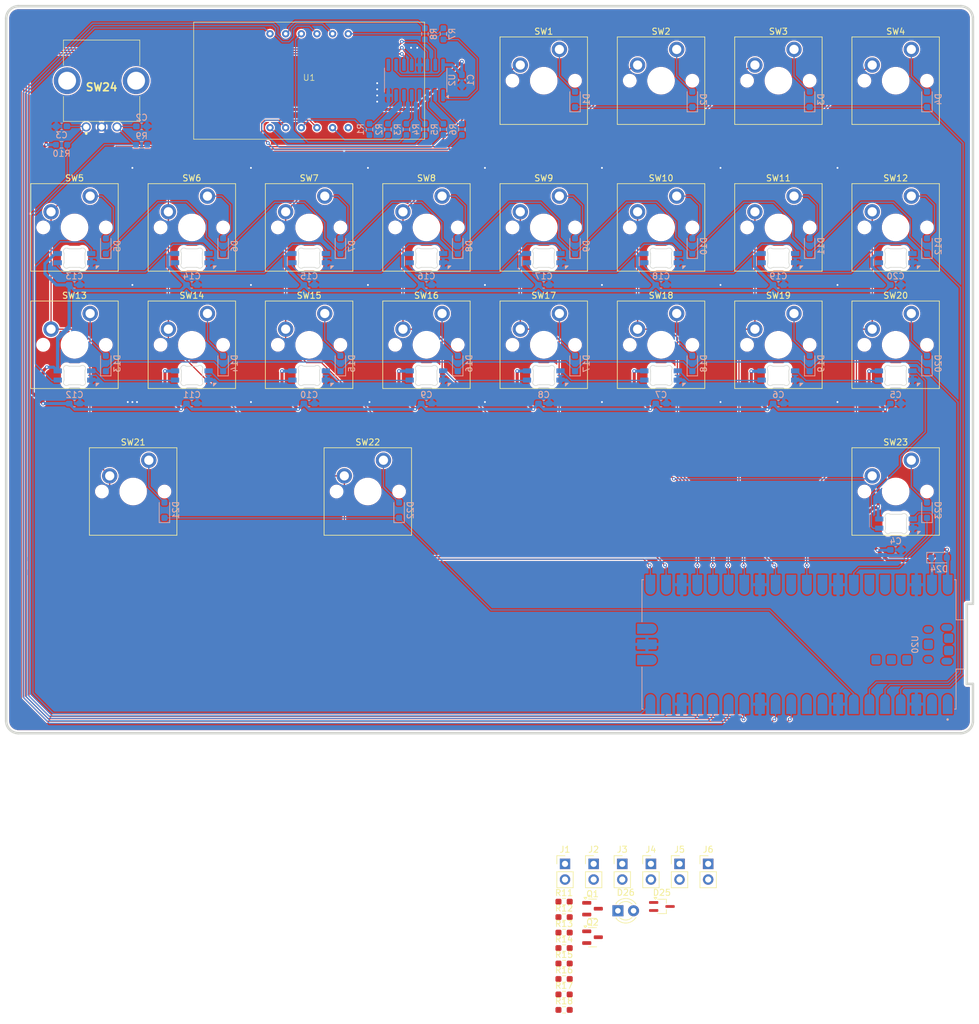
<source format=kicad_pcb>
(kicad_pcb (version 20240108) (generator "pcbnew") (generator_version "8.0")
  (layers (0 "F.Cu" signal) (31 "B.Cu" signal) (34 "B.Paste" user) (35 "F.Paste" user) (36 "B.SilkS" user "B.Silkscreen") (37 "F.SilkS" user "F.Silkscreen") (38 "B.Mask" user) (39 "F.Mask" user) (44 "Edge.Cuts" user))
  (net 0 "")
  (net 1 "ROW0")
  (net 2 "Net-(D1-A)")
  (net 3 "Net-(D2-A)")
  (net 4 "Net-(D3-A)")
  (net 5 "Net-(D4-A)")
  (net 6 "ROW1")
  (net 7 "Net-(D5-A)")
  (net 8 "Net-(D6-A)")
  (net 9 "Net-(D7-A)")
  (net 10 "Net-(D8-A)")
  (net 11 "Net-(D9-A)")
  (net 12 "Net-(D10-A)")
  (net 13 "Net-(D11-A)")
  (net 14 "Net-(D12-A)")
  (net 15 "Net-(D13-A)")
  (net 16 "ROW2")
  (net 17 "Net-(D14-A)")
  (net 18 "Net-(D15-A)")
  (net 19 "Net-(D16-A)")
  (net 20 "Net-(D17-A)")
  (net 21 "Net-(D18-A)")
  (net 22 "Net-(D19-A)")
  (net 23 "Net-(D20-A)")
  (net 24 "Net-(D21-A)")
  (net 25 "ROW3")
  (net 26 "Net-(D22-A)")
  (net 27 "Net-(D23-A)")
  (net 28 "COL0")
  (net 29 "COL2")
  (net 30 "COL3")
  (net 31 "COL1")
  (net 32 "COL4")
  (net 33 "COL5")
  (net 34 "COL6")
  (net 35 "COL7")
  (net 36 "+5V")
  (net 37 "GND")
  (net 38 "Net-(U1-DP)")
  (net 39 "Net-(U2-QH)")
  (net 40 "Net-(U2-QG)")
  (net 41 "Net-(U1-G)")
  (net 43 "Net-(U2-QF)")
  (net 44 "Net-(U1-F)")
  (net 45 "Net-(U1-E)")
  (net 46 "Net-(U2-QE)")
  (net 47 "Net-(U1-D)")
  (net 48 "Net-(U2-QD)")
  (net 49 "Net-(U1-C)")
  (net 50 "Net-(U2-QC)")
  (net 51 "Net-(U1-B)")
  (net 52 "Net-(U2-QB)")
  (net 53 "Net-(U2-QA)")
  (net 54 "Net-(U1-A)")
  (net 55 "SRCLK")
  (net 56 "RCLK")
  (net 57 "SER")
  (net 59 "ENC_B")
  (net 60 "ENC_A")
  (net 61 "DIGIT_3")
  (net 62 "DIGIT_1")
  (net 63 "DIGIT_2")
  (net 64 "Net-(U3-DOUT)")
  (net 65 "PXL")
  (net 66 "Net-(U4-DOUT)")
  (net 67 "Net-(U5-DOUT)")
  (net 68 "Net-(U6-DOUT)")
  (net 69 "Net-(U7-DOUT)")
  (net 70 "Net-(U8-DOUT)")
  (net 71 "Net-(U10-DIN)")
  (net 72 "Net-(U10-DOUT)")
  (net 73 "Net-(U11-DOUT)")
  (net 74 "Net-(U12-DOUT)")
  (net 75 "Net-(U13-DOUT)")
  (net 76 "Net-(U14-DOUT)")
  (net 77 "Net-(U15-DOUT)")
  (net 78 "Net-(U16-DOUT)")
  (net 79 "Net-(U17-DOUT)")
  (net 80 "Net-(U18-DOUT)")
  (net 94 "GATE")
  (net 95 "Net-(D26-K)")
  (net 96 "Net-(Q1-B)")
  (net 97 "CLKIN")
  (net 103 "/VSYS")
  (net 104 "RSTIN")
  (net 105 "Net-(Q2-B)")
  (net 106 "Net-(J1-PadT)")
  (net 107 "Net-(J5-PadT)")
  (net 108 "Net-(J6-PadT)")
  (net 109 "CLKOUT")
  (net 110 "CV")
  (net 111 "PITCH")
  (footprint "Connector_PinHeader_2.54mm:PinHeader_1x02_P2.54mm_Vertical" (layer "F.Cu") (at 136.35 165.21)
    (property "Reference" "J5")
    (property "Value" "ClockIn")
  )
  (footprint "PCM_Switch_Keyboard_Cherry_MX:SW_Cherry_MX_PCB_1.00u" (layer "F.Cu") (at 38.1 61.9125)
    (property "Reference" "SW5")
    (property "Value" "SW_Push")
  )
  (footprint "PCM_Switch_Keyboard_Cherry_MX:SW_Cherry_MX_PCB_1.00u" (layer "F.Cu") (at 171.45 38.1)
    (property "Reference" "SW4")
    (property "Value" "SW_Push")
  )
  (footprint "Connector_PinHeader_2.54mm:PinHeader_1x02_P2.54mm_Vertical" (layer "F.Cu") (at 131.7 165.21)
    (property "Reference" "J4")
    (property "Value" "CVOut")
  )
  (footprint "Resistor_SMD:R_0603_1608Metric_Pad0.98x0.95mm_HandSolder" (layer "F.Cu") (at 117.6 181.38)
    (property "Reference" "R15")
    (property "Value" "10k")
  )
  (footprint "PCM_Switch_Keyboard_Cherry_MX:SW_Cherry_MX_PCB_1.00u" (layer "F.Cu") (at 152.4 61.9125)
    (property "Reference" "SW11")
    (property "Value" "SW_Push")
  )
  (footprint "Resistor_SMD:R_0603_1608Metric_Pad0.98x0.95mm_HandSolder" (layer "F.Cu") (at 117.6 183.89)
    (property "Reference" "R16")
    (property "Value" "10k")
  )
  (footprint "PCM_Switch_Keyboard_Cherry_MX:SW_Cherry_MX_PCB_1.00u" (layer "F.Cu") (at 114.3 80.9625)
    (property "Reference" "SW17")
    (property "Value" "SW_Push")
  )
  (footprint "PCM_Switch_Keyboard_Cherry_MX:SW_Cherry_MX_PCB_1.00u" (layer "F.Cu") (at 171.45 80.9625)
    (property "Reference" "SW20")
    (property "Value" "SW_Push")
  )
  (footprint "PCM_Switch_Keyboard_Cherry_MX:SW_Cherry_MX_PCB_1.00u" (layer "F.Cu") (at 114.3 61.9125)
    (property "Reference" "SW9")
    (property "Value" "SW_Push")
  )
  (footprint "PCM_Switch_Keyboard_Cherry_MX:SW_Cherry_MX_PCB_1.00u" (layer "F.Cu") (at 57.15 80.9625)
    (property "Reference" "SW14")
    (property "Value" "SW_Push")
  )
  (footprint "PCM_Switch_Keyboard_Cherry_MX:SW_Cherry_MX_PCB_1.00u" (layer "F.Cu") (at 38.1 80.9625)
    (property "Reference" "SW13")
    (property "Value" "SW_Push")
  )
  (footprint "PCM_Switch_Keyboard_Cherry_MX:SW_Cherry_MX_PCB_1.00u" (layer "F.Cu") (at 95.25 80.9625)
    (property "Reference" "SW16")
    (property "Value" "SW_Push")
  )
  (footprint "FJ5361BH:FJ5361BH" (layer "F.Cu") (at 76.2 38.1)
    (property "Reference" "U1")
    (property "Value" "~")
  )
  (footprint "PCM_Switch_Keyboard_Cherry_MX:SW_Cherry_MX_PCB_1.00u" (layer "F.Cu") (at 171.45 104.775)
    (property "Reference" "SW23")
    (property "Value" "SW_Push")
  )
  (footprint "LED_THT:LED_D3.0mm_FlatTop" (layer "F.Cu") (at 126.34 172.82)
    (property "Reference" "D26")
    (property "Value" "GATE")
  )
  (footprint "PCM_Switch_Keyboard_Cherry_MX:SW_Cherry_MX_PCB_1.00u" (layer "F.Cu") (at 133.35 80.9625)
    (property "Reference" "SW18")
    (property "Value" "SW_Push")
  )
  (footprint "Connector_PinHeader_2.54mm:PinHeader_1x02_P2.54mm_Vertical" (layer "F.Cu") (at 117.75 165.21)
    (property "Reference" "J1")
    (property "Value" "GateOut")
  )
  (footprint "PCM_Switch_Keyboard_Cherry_MX:SW_Cherry_MX_PCB_2.00u" (layer "F.Cu") (at 85.725 104.775)
    (property "Reference" "SW22")
    (property "Value" "SW_Push")
  )
  (footprint "Connector_PinHeader_2.54mm:PinHeader_1x02_P2.54mm_Vertical" (layer "F.Cu") (at 127.05 165.21)
    (property "Reference" "J3")
    (property "Value" "PitchOut")
  )
  (footprint "PCM_Switch_Keyboard_Cherry_MX:SW_Cherry_MX_PCB_1.00u" (layer "F.Cu") (at 95.25 61.9125)
    (property "Reference" "SW8")
    (property "Value" "SW_Push")
  )
  (footprint "Package_TO_SOT_SMD:SOT-323_SC-70_Handsoldering" (layer "F.Cu") (at 133.48 172.125)
    (property "Reference" "D25")
    (property "Value" "BAT85")
  )
  (footprint "PCM_Switch_Keyboard_Cherry_MX:SW_Cherry_MX_PCB_1.00u" (layer "F.Cu") (at 76.2 61.9125)
    (property "Reference" "SW7")
    (property "Value" "SW_Push")
  )
  (footprint "PCM_Switch_Keyboard_Cherry_MX:SW_Cherry_MX_PCB_1.00u" (layer "F.Cu") (at 114.3 38.1)
    (property "Reference" "SW1")
    (property "Value" "SW_Push")
  )
  (footprint "Resistor_SMD:R_0603_1608Metric_Pad0.98x0.95mm_HandSolder" (layer "F.Cu") (at 117.6 176.36)
    (property "Reference" "R13")
    (property "Value" "100k")
  )
  (footprint "EC12E2430404:EC12E2430404" (layer "F.Cu") (at 42.5 38.1)
    (property "Reference" "SW24")
    (property "Value" "RotaryEncoder" (hide yes))
  )
  (footprint "PCM_Switch_Keyboard_Cherry_MX:SW_Cherry_MX_PCB_1.00u" (layer "F.Cu") (at 57.15 61.9125)
    (property "Reference" "SW6")
    (property "Value" "SW_Push")
  )
  (footprint "Connector_PinHeader_2.54mm:PinHeader_1x02_P2.54mm_Vertical" (layer "F.Cu") (at 141 165.21)
    (property "Reference" "J6")
    (property "Value" "ResetIn")
  )
  (footprint "Resistor_SMD:R_0603_1608Metric_Pad0.98x0.95mm_HandSolder" (layer "F.Cu") (at 117.6 186.4)
    (property "Reference" "R17")
    (property "Value" "100k")
  )
  (footprint "PCM_Switch_Keyboard_Cherry_MX:SW_Cherry_MX_PCB_1.00u" (layer "F.Cu") (at 133.35 61.9125)
    (property "Reference" "SW10")
    (property "Value" "SW_Push")
  )
  (footprint "Resistor_SMD:R_0603_1608Metric_Pad0.98x0.95mm_HandSolder" (layer "F.Cu") (at 117.6 178.87)
    (property "Reference" "R14")
    (property "Value" "1M")
  )
  (footprint "Package_TO_SOT_SMD:SOT-23" (layer "F.Cu") (at 122.22 172.485)
    (property "Reference" "Q1")
    (property "Value" "MMBT3904")
  )
  (footprint "PCM_Switch_Keyboard_Cherry_MX:SW_Cherry_MX_PCB_2.00u" (layer "F.Cu") (at 47.625 104.775)
    (property "Reference" "SW21")
    (property "Value" "SW_Push")
  )
  (footprint "Resistor_SMD:R_0603_1608Metric_Pad0.98x0.95mm_HandSolder" (layer "F.Cu") (at 117.6 171.34)
    (property "Reference" "R11")
    (property "Value" "1k")
  )
  (footprint "PCM_Switch_Keyboard_Cherry_MX:SW_Cherry_MX_PCB_1.00u" (layer "F.Cu") (at 152.4 38.1)
    (property "Reference" "SW3")
    (property "Value" "SW_Push")
  )
  (footprint "Package_TO_SOT_SMD:SOT-23" (layer "F.Cu") (at 122.22 177.11)
    (property "Reference" "Q2")
    (property "Value" "MMBT3904")
  )
  (footprint "Resistor_SMD:R_0603_1608Metric_Pad0.98x0.95mm_HandSolder" (layer "F.Cu") (at 117.6 188.91)
    (property "Reference" "R18")
    (property "Value" "1M")
  )
  (footprint "Connector_PinHeader_2.54mm:PinHeader_1x02_P2.54mm_Vertical" (layer "F.Cu") (at 122.4 165.21)
    (property "Reference" "J2")
    (property "Value" "ClockOut")
  )
  (footprint "PCM_Switch_Keyboard_Cherry_MX:SW_Cherry_MX_PCB_1.00u" (layer "F.Cu") (at 171.45 61.9125)
    (property "Reference" "SW12")
    (property "Value" "SW_Push")
  )
  (footprint "Resistor_SMD:R_0603_1608Metric_Pad0.98x0.95mm_HandSolder" (layer "F.Cu") (at 117.6 173.85)
    (property "Reference" "R12")
    (property "Value" "1k")
  )
  (footprint "PCM_Switch_Keyboard_Cherry_MX:SW_Cherry_MX_PCB_1.00u" (layer "F.Cu") (at 76.2 80.9625)
    (property "Reference" "SW15")
    (property "Value" "SW_Push")
  )
  (footprint "PCM_Switch_Keyboard_Cherry_MX:SW_Cherry_MX_PCB_1.00u" (layer "F.Cu") (at 152.4 80.9625)
    (property "Reference" "SW19")
    (property "Value" "SW_Push")
  )
  (footprint "PCM_Switch_Keyboard_Cherry_MX:SW_Cherry_MX_PCB_1.00u" (layer "F.Cu") (at 133.35 38.1)
    (property "Reference" "SW2")
    (property "Value" "SW_Push")
  )
  (footprint "Diode_SMD:D_SOD-323_HandSoldering" (layer "B.Cu") (at 176.53 64.9425 90)
    (property "Reference" "D12")
    (property "Value" "1N4148W")
  )
  (footprint "Diode_SMD:D_SOD-323_HandSoldering" (layer "B.Cu") (at 81.28 64.9425 90)
    (property "Reference" "D7")
    (property "Value" "1N4148W")
  )
  (footprint "Diode_SMD:D_SOD-323_HandSoldering" (layer "B.Cu") (at 119.38 64.9425 90)
    (property "Reference" "D9")
    (property "Value" "1N4148W")
  )
  (footprint "Capacitor_SMD:C_0603_1608Metric_Pad1.08x0.95mm_HandSolder" (layer "B.Cu") (at 152.4 90.5 180)
    (property "Reference" "C6")
    (property "Value" "100nF")
  )
  (footprint "Resistor_SMD:R_0603_1608Metric_Pad0.98x0.95mm_HandSolder" (layer "B.Cu") (at 98 30.5 90)
    (property "Reference" "R7")
    (property "Value" "100R")
  )
  (footprint "Diode_SMD:D_SOD-323_HandSoldering" (layer "B.Cu") (at 138.43 64.9425 90)
    (property "Reference" "D10")
    (property "Value" "1N4148W")
  )
  (footprint "SK6812MINI-E-012:SK6812MINI-E-012" (layer "B.Cu") (at 171.5 105 180)
    (property "Reference" "U3" (hide yes))
    (property "Value" "~" (hide yes))
    (fp_line (start 1.699999 -4.277157) (end 1.699999 -5.682841) (stroke (width 0.1)) (layer "Edge.Cuts"))
    (fp_line (start 0.794452 -6.479999) (end -0.794452 -6.479999) (stroke (width 0.1)) (layer "Edge.Cuts"))
    (fp_line (start -0.794453 -3.48) (end 0.794452 -3.48) (stroke (width 0.1)) (layer "Edge.Cuts"))
    (fp_line (start -1.699999 -5.682841) (end -1.699999 -4.277157) (stroke (width 0.1)) (layer "Edge.Cuts"))
    (fp_arc (start 1.749484 -4.060279) (mid 1.712539 -4.165932) (end 1.699999 -4.277157) (stroke (width 0.1)) (layer "Edge.Cuts"))
    (fp_arc (start 1.749484 -4.060279) (mid 1.638072 -3.475964) (end 1.046711 -3.4117) (stroke (width 0.1)) (layer "Edge.Cuts"))
    (fp_arc (start 1.699999 -5.682842) (mid 1.712522 -5.794068) (end 1.749484 -5.899719) (stroke (width 0.1)) (layer "Edge.Cuts"))
    (fp_arc (start 1.046711 -6.548296) (mid 1.638069 -6.484034) (end 1.749484 -5.899719) (stroke (width 0.1)) (layer "Edge.Cuts"))
    (fp_arc (start 1.04671 -6.548298) (mid 0.925122 -6.497376) (end 0.794452 -6.479999) (stroke (width 0.1)) (layer "Edge.Cuts"))
    (fp_arc (start 0.794453 -3.479999) (mid 0.925123 -3.462622) (end 1.046711 -3.4117) (stroke (width 0.1)) (layer "Edge.Cuts"))
    (fp_arc (start -0.794452 -6.479999) (mid -0.925123 -6.497376) (end -1.046711 -6.548298) (stroke (width 0.1)) (layer "Edge.Cuts"))
    (fp_arc (start -1.046711 -3.411701) (mid -0.925123 -3.462623) (end -0.794453 -3.48) (stroke (width 0.1)) (layer "Edge.Cuts"))
    (fp_arc (start -1.046711 -3.411701) (mid -1.63807 -3.475965) (end -1.749484 -4.060279) (stroke (width 0.1)) (layer "Edge.Cuts"))
    (fp_arc (start -1.699999 -4.277156) (mid -1.712527 -4.165931) (end -1.749484 -4.060279) (stroke (width 0.1)) (layer "Edge.Cuts"))
    (fp_arc (start -1.749484 -5.899718) (mid -1.638072 -6.484034) (end -1.046711 -6.548298) (stroke (width 0.1)) (layer "Edge.Cuts"))
    (fp_arc (start -1.749484 -5.899719) (mid -1.712527 -5.794067) (end -1.699999 -5.682841) (stroke (width 0.1)) (layer "Edge.Cuts"))
  )
  (footprint "Diode_SMD:D_SOD-323_HandSoldering" (layer "B.Cu") (at 52.705 107.805 90)
    (property "Reference" "D21")
    (property "Value" "1N4148W")
  )
  (footprint "Capacitor_SMD:C_0603_1608Metric_Pad1.08x0.95mm_HandSolder" (layer "B.Cu") (at 171.45 90.5 180)
    (property "Reference" "C5")
    (property "Value" "100nF")
  )
  (footprint "Resistor_SMD:R_0603_1608Metric_Pad0.98x0.95mm_HandSolder" (layer "B.Cu") (at 49 48.5 180)
    (property "Reference" "R9")
    (property "Value" "1k")
  )
  (footprint "SK6812MINI-E-012:SK6812MINI-E-012" (layer "B.Cu") (at 38.1 80.9625 180)
    (property "Reference" "U11" (hide yes))
    (property "Value" "~" (hide yes))
    (fp_line (start 1.699999 -4.277157) (end 1.699999 -5.682841) (stroke (width 0.1)) (layer "Edge.Cuts"))
    (fp_line (start 0.794452 -6.479999) (end -0.794452 -6.479999) (stroke (width 0.1)) (layer "Edge.Cuts"))
    (fp_line (start -0.794453 -3.48) (end 0.794452 -3.48) (stroke (width 0.1)) (layer "Edge.Cuts"))
    (fp_line (start -1.699999 -5.682841) (end -1.699999 -4.277157) (stroke (width 0.1)) (layer "Edge.Cuts"))
    (fp_arc (start 1.749484 -4.060279) (mid 1.712539 -4.165932) (end 1.699999 -4.277157) (stroke (width 0.1)) (layer "Edge.Cuts"))
    (fp_arc (start 1.749484 -4.060279) (mid 1.638072 -3.475964) (end 1.046711 -3.4117) (stroke (width 0.1)) (layer "Edge.Cuts"))
    (fp_arc (start 1.699999 -5.682842) (mid 1.712522 -5.794068) (end 1.749484 -5.899719) (stroke (width 0.1)) (layer "Edge.Cuts"))
    (fp_arc (start 1.046711 -6.548296) (mid 1.638069 -6.484034) (end 1.749484 -5.899719) (stroke (width 0.1)) (layer "Edge.Cuts"))
    (fp_arc (start 1.04671 -6.548298) (mid 0.925122 -6.497376) (end 0.794452 -6.479999) (stroke (width 0.1)) (layer "Edge.Cuts"))
    (fp_arc (start 0.794453 -3.479999) (mid 0.925123 -3.462622) (end 1.046711 -3.4117) (stroke (width 0.1)) (layer "Edge.Cuts"))
    (fp_arc (start -0.794452 -6.479999) (mid -0.925123 -6.497376) (end -1.046711 -6.548298) (stroke (width 0.1)) (layer "Edge.Cuts"))
    (fp_arc (start -1.046711 -3.411701) (mid -0.925123 -3.462623) (end -0.794453 -3.48) (stroke (width 0.1)) (layer "Edge.Cuts"))
    (fp_arc (start -1.046711 -3.411701) (mid -1.63807 -3.475965) (end -1.749484 -4.060279) (stroke (width 0.1)) (layer "Edge.Cuts"))
    (fp_arc (start -1.699999 -4.277156) (mid -1.712527 -4.165931) (end -1.749484 -4.060279) (stroke (width 0.1)) (layer "Edge.Cuts"))
    (fp_arc (start -1.749484 -5.899718) (mid -1.638072 -6.484034) (end -1.046711 -6.548298) (stroke (width 0.1)) (layer "Edge.Cuts"))
    (fp_arc (start -1.749484 -5.899719) (mid -1.712527 -5.794067) (end -1.699999 -5.682841) (stroke (width 0.1)) (layer "Edge.Cuts"))
  )
  (footprint "Diode_SMD:D_SOD-323_HandSoldering" (layer "B.Cu") (at 157.48 64.9425 90)
    (property "Reference" "D11")
    (property "Value" "1N4148W")
  )
  (footprint "Diode_SMD:D_SOD-323_HandSoldering" (layer "B.Cu") (at 178.5 115.5)
    (property "Reference" "D24")
    (property "Value" "1N4148W")
  )
  (footprint "Resistor_SMD:R_0603_1608Metric_Pad0.98x0.95mm_HandSolder" (layer "B.Cu") (at 86 46 -90)
    (property "Reference" "R1")
    (property "Value" "100R")
  )
  (footprint "Diode_SMD:D_SOD-323_HandSoldering" (layer "B.Cu") (at 43.18 64.9425 90)
    (property "Reference" "D5")
    (property "Value" "1N4148W")
  )
  (footprint "Diode_SMD:D_SOD-323_HandSoldering" (layer "B.Cu") (at 176.53 107.805 90)
    (property "Reference" "D23")
    (property "Value" "1N4148W")
  )
  (footprint "Resistor_SMD:R_0603_1608Metric_Pad0.98x0.95mm_HandSolder" (layer "B.Cu") (at 95 30.5 90)
    (property "Reference" "R8")
    (property "Value" "100R")
  )
  (footprint "SK6812MINI-E-012:SK6812MINI-E-012" (layer "B.Cu") (at 171.45 80.9625 180)
    (property "Reference" "U4" (hide yes))
    (property "Value" "~" (hide yes))
    (fp_line (start 1.699999 -4.277157) (end 1.699999 -5.682841) (stroke (width 0.1)) (layer "Edge.Cuts"))
    (fp_line (start 0.794452 -6.479999) (end -0.794452 -6.479999) (stroke (width 0.1)) (layer "Edge.Cuts"))
    (fp_line (start -0.794453 -3.48) (end 0.794452 -3.48) (stroke (width 0.1)) (layer "Edge.Cuts"))
    (fp_line (start -1.699999 -5.682841) (end -1.699999 -4.277157) (stroke (width 0.1)) (layer "Edge.Cuts"))
    (fp_arc (start 1.749484 -4.060279) (mid 1.712539 -4.165932) (end 1.699999 -4.277157) (stroke (width 0.1)) (layer "Edge.Cuts"))
    (fp_arc (start 1.749484 -4.060279) (mid 1.638072 -3.475964) (end 1.046711 -3.4117) (stroke (width 0.1)) (layer "Edge.Cuts"))
    (fp_arc (start 1.699999 -5.682842) (mid 1.712522 -5.794068) (end 1.749484 -5.899719) (stroke (width 0.1)) (layer "Edge.Cuts"))
    (fp_arc (start 1.046711 -6.548296) (mid 1.638069 -6.484034) (end 1.749484 -5.899719) (stroke (width 0.1)) (layer "Edge.Cuts"))
    (fp_arc (start 1.04671 -6.548298) (mid 0.925122 -6.497376) (end 0.794452 -6.479999) (stroke (width 0.1)) (layer "Edge.Cuts"))
    (fp_arc (start 0.794453 -3.479999) (mid 0.925123 -3.462622) (end 1.046711 -3.4117) (stroke (width 0.1)) (layer "Edge.Cuts"))
    (fp_arc (start -0.794452 -6.479999) (mid -0.925123 -6.497376) (end -1.046711 -6.548298) (stroke (width 0.1)) (layer "Edge.Cuts"))
    (fp_arc (start -1.046711 -3.411701) (mid -0.925123 -3.462623) (end -0.794453 -3.48) (stroke (width 0.1)) (layer "Edge.Cuts"))
    (fp_arc (start -1.046711 -3.411701) (mid -1.63807 -3.475965) (end -1.749484 -4.060279) (stroke (width 0.1)) (layer "Edge.Cuts"))
    (fp_arc (start -1.699999 -4.277156) (mid -1.712527 -4.165931) (end -1.749484 -4.060279) (stroke (width 0.1)) (layer "Edge.Cuts"))
    (fp_arc (start -1.749484 -5.899718) (mid -1.638072 -6.484034) (end -1.046711 -6.548298) (stroke (width 0.1)) (layer "Edge.Cuts"))
    (fp_arc (start -1.749484 -5.899719) (mid -1.712527 -5.794067) (end -1.699999 -5.682841) (stroke (width 0.1)) (layer "Edge.Cuts"))
  )
  (footprint "Capacitor_SMD:C_0603_1608Metric_Pad1.08x0.95mm_HandSolder" (layer "B.Cu") (at 171.45 71.25 180)
    (property "Reference" "C20")
    (property "Value" "100nF")
  )
  (footprint "Capacitor_SMD:C_0603_1608Metric_Pad1.08x0.95mm_HandSolder" (layer "B.Cu") (at 101 38 90)
    (property "Reference" "C1")
    (property "Value" "100nF")
  )
  (footprint "SK6812MINI-E-012:SK6812MINI-E-012" (layer "B.Cu") (at 95.25 80.9625 180)
    (property "Reference" "U8" (hide yes))
    (property "Value" "~" (hide yes))
    (fp_line (start 1.699999 -4.277157) (end 1.699999 -5.682841) (stroke (width 0.1)) (layer "Edge.Cuts"))
    (fp_line (start 0.794452 -6.479999) (end -0.794452 -6.479999) (stroke (width 0.1)) (layer "Edge.Cuts"))
    (fp_line (start -0.794453 -3.48) (end 0.794452 -3.48) (stroke (width 0.1)) (layer "Edge.Cuts"))
    (fp_line (start -1.699999 -5.682841) (end -1.699999 -4.277157) (stroke (width 0.1)) (layer "Edge.Cuts"))
    (fp_arc (start 1.749484 -4.060279) (mid 1.712539 -4.165932) (end 1.699999 -4.277157) (stroke (width 0.1)) (layer "Edge.Cuts"))
    (fp_arc (start 1.749484 -4.060279) (mid 1.638072 -3.475964) (end 1.046711 -3.4117) (stroke (width 0.1)) (layer "Edge.Cuts"))
    (fp_arc (start 1.699999 -5.682842) (mid 1.712522 -5.794068) (end 1.749484 -5.899719) (stroke (width 0.1)) (layer "Edge.Cuts"))
    (fp_arc (start 1.046711 -6.548296) (mid 1.638069 -6.484034) (end 1.749484 -5.899719) (stroke (width 0.1)) (layer "Edge.Cuts"))
    (fp_arc (start 1.04671 -6.548298) (mid 0.925122 -6.497376) (end 0.794452 -6.479999) (stroke (width 0.1)) (layer "Edge.Cuts"))
    (fp_arc (start 0.794453 -3.479999) (mid 0.925123 -3.462622) (end 1.046711 -3.4117) (stroke (width 0.1)) (layer "Edge.Cuts"))
    (fp_arc (start -0.794452 -6.479999) (mid -0.925123 -6.497376) (end -1.046711 -6.548298) (stroke (width 0.1)) (layer "Edge.Cuts"))
    (fp_arc (start -1.046711 -3.411701) (mid -0.925123 -3.462623) (end -0.794453 -3.48) (stroke (width 0.1)) (layer "Edge.Cuts"))
    (fp_arc (start -1.046711 -3.411701) (mid -1.63807 -3.475965) (end -1.749484 -4.060279) (stroke (width 0.1)) (layer "Edge.Cuts"))
    (fp_arc (start -1.699999 -4.277156) (mid -1.712527 -4.165931) (end -1.749484 -4.060279) (stroke (width 0.1)) (layer "Edge.Cuts"))
    (fp_arc (start -1.749484 -5.899718) (mid -1.638072 -6.484034) (end -1.046711 -6.548298) (stroke (width 0.1)) (layer "Edge.Cuts"))
    (fp_arc (start -1.749484 -5.899719) (mid -1.712527 -5.794067) (end -1.699999 -5.682841) (stroke (width 0.1)) (layer "Edge.Cuts"))
  )
  (footprint "SK6812MINI-E-012:SK6812MINI-E-012" (layer "B.Cu") (at 114.3 80.9625 180)
    (property "Reference" "U7" (hide yes))
    (property "Value" "~" (hide yes))
    (fp_line (start 1.699999 -4.277157) (end 1.699999 -5.682841) (stroke (width 0.1)) (layer "Edge.Cuts"))
    (fp_line (start 0.794452 -6.479999) (end -0.794452 -6.479999) (stroke (width 0.1)) (layer "Edge.Cuts"))
    (fp_line (start -0.794453 -3.48) (end 0.794452 -3.48) (stroke (width 0.1)) (layer "Edge.Cuts"))
    (fp_line (start -1.699999 -5.682841) (end -1.699999 -4.277157) (stroke (width 0.1)) (layer "Edge.Cuts"))
    (fp_arc (start 1.749484 -4.060279) (mid 1.712539 -4.165932) (end 1.699999 -4.277157) (stroke (width 0.1)) (layer "Edge.Cuts"))
    (fp_arc (start 1.749484 -4.060279) (mid 1.638072 -3.475964) (end 1.046711 -3.4117) (stroke (width 0.1)) (layer "Edge.Cuts"))
    (fp_arc (start 1.699999 -5.682842) (mid 1.712522 -5.794068) (end 1.749484 -5.899719) (stroke (width 0.1)) (layer "Edge.Cuts"))
    (fp_arc (start 1.046711 -6.548296) (mid 1.638069 -6.484034) (end 1.749484 -5.899719) (stroke (width 0.1)) (layer "Edge.Cuts"))
    (fp_arc (start 1.04671 -6.548298) (mid 0.925122 -6.497376) (end 0.794452 -6.479999) (stroke (width 0.1)) (layer "Edge.Cuts"))
    (fp_arc (start 0.794453 -3.479999) (mid 0.925123 -3.462622) (end 1.046711 -3.4117) (stroke (width 0.1)) (layer "Edge.Cuts"))
    (fp_arc (start -0.794452 -6.479999) (mid -0.925123 -6.497376) (end -1.046711 -6.548298) (stroke (width 0.1)) (layer "Edge.Cuts"))
    (fp_arc (start -1.046711 -3.411701) (mid -0.925123 -3.462623) (end -0.794453 -3.48) (stroke (width 0.1)) (layer "Edge.Cuts"))
    (fp_arc (start -1.046711 -3.411701) (mid -1.63807 -3.475965) (end -1.749484 -4.060279) (stroke (width 0.1)) (layer "Edge.Cuts"))
    (fp_arc (start -1.699999 -4.277156) (mid -1.712527 -4.165931) (end -1.749484 -4.060279) (stroke (width 0.1)) (layer "Edge.Cuts"))
    (fp_arc (start -1.749484 -5.899718) (mid -1.638072 -6.484034) (end -1.046711 -6.548298) (stroke (width 0.1)) (layer "Edge.Cuts"))
    (fp_arc (start -1.749484 -5.899719) (mid -1.712527 -5.794067) (end -1.699999 -5.682841) (stroke (width 0.1)) (layer "Edge.Cuts"))
  )
  (footprint "SK6812MINI-E-012:SK6812MINI-E-012" (layer "B.Cu") (at 114.3 61.9125 180)
    (property "Reference" "U16" (hide yes))
    (property "Value" "~" (hide yes))
    (fp_line (start 1.699999 -4.277157) (end 1.699999 -5.682841) (stroke (width 0.1)) (layer "Edge.Cuts"))
    (fp_line (start 0.794452 -6.479999) (end -0.794452 -6.479999) (stroke (width 0.1)) (layer "Edge.Cuts"))
    (fp_line (start -0.794453 -3.48) (end 0.794452 -3.48) (stroke (width 0.1)) (layer "Edge.Cuts"))
    (fp_line (start -1.699999 -5.682841) (end -1.699999 -4.277157) (stroke (width 0.1)) (layer "Edge.Cuts"))
    (fp_arc (start 1.749484 -4.060279) (mid 1.712539 -4.165932) (end 1.699999 -4.277157) (stroke (width 0.1)) (layer "Edge.Cuts"))
    (fp_arc (start 1.749484 -4.060279) (mid 1.638072 -3.475964) (end 1.046711 -3.4117) (stroke (width 0.1)) (layer "Edge.Cuts"))
    (fp_arc (start 1.699999 -5.682842) (mid 1.712522 -5.794068) (end 1.749484 -5.899719) (stroke (width 0.1)) (layer "Edge.Cuts"))
    (fp_arc (start 1.046711 -6.548296) (mid 1.638069 -6.484034) (end 1.749484 -5.899719) (stroke (width 0.1)) (layer "Edge.Cuts"))
    (fp_arc (start 1.04671 -6.548298) (mid 0.925122 -6.497376) (end 0.794452 -6.479999) (stroke (width 0.1)) (layer "Edge.Cuts"))
    (fp_arc (start 0.794453 -3.479999) (mid 0.925123 -3.462622) (end 1.046711 -3.4117) (stroke (width 0.1)) (layer "Edge.Cuts"))
    (fp_arc (start -0.794452 -6.479999) (mid -0.925123 -6.497376) (end -1.046711 -6.548298) (stroke (width 0.1)) (layer "Edge.Cuts"))
    (fp_arc (start -1.046711 -3.411701) (mid -0.925123 -3.462623) (end -0.794453 -3.48) (stroke (width 0.1)) (layer "Edge.Cuts"))
    (fp_arc (start -1.046711 -3.411701) (mid -1.63807 -3.475965) (end -1.749484 -4.060279) (stroke (width 0.1)) (layer "Edge.Cuts"))
    (fp_arc (start -1.699999 -4.277156) (mid -1.712527 -4.165931) (end -1.749484 -4.060279) (stroke (width 0.1)) (layer "Edge.Cuts"))
    (fp_arc (start -1.749484 -5.899718) (mid -1.638072 -6.484034) (end -1.046711 -6.548298) (stroke (width 0.1)) (layer "Edge.Cuts"))
    (fp_arc (start -1.749484 -5.899719) (mid -1.712527 -5.794067) (end -1.699999 -5.682841) (stroke (width 0.1)) (layer "Edge.Cuts"))
  )
  (footprint "Resistor_SMD:R_0603_1608Metric_Pad0.98x0.95mm_HandSolder" (layer "B.Cu") (at 101 46 -90)
    (property "Reference" "R6")
    (property "Value" "100R")
  )
  (footprint "Capacitor_SMD:C_0603_1608Metric_Pad1.08x0.95mm_HandSolder" (layer "B.Cu") (at 36 45.5)
    (property "Reference" "C3")
    (property "Value" "100nF")
  )
  (footprint "SK6812MINI-E-012:SK6812MINI-E-012" (layer "B.Cu") (at 76.2 61.9125 180)
    (property "Reference" "U14" (hide yes))
    (property "Value" "~" (hide yes))
    (fp_line (start 1.699999 -4.277157) (end 1.699999 -5.682841) (stroke (width 0.1)) (layer "Edge.Cuts"))
    (fp_line (start 0.794452 -6.479999) (end -0.794452 -6.479999) (stroke (width 0.1)) (layer "Edge.Cuts"))
    (fp_line (start -0.794453 -3.48) (end 0.794452 -3.48) (stroke (width 0.1)) (layer "Edge.Cuts"))
    (fp_line (start -1.699999 -5.682841) (end -1.699999 -4.277157) (stroke (width 0.1)) (layer "Edge.Cuts"))
    (fp_arc (start 1.749484 -4.060279) (mid 1.712539 -4.165932) (end 1.699999 -4.277157) (stroke (width 0.1)) (layer "Edge.Cuts"))
    (fp_arc (start 1.749484 -4.060279) (mid 1.638072 -3.475964) (end 1.046711 -3.4117) (stroke (width 0.1)) (layer "Edge.Cuts"))
    (fp_arc (start 1.699999 -5.682842) (mid 1.712522 -5.794068) (end 1.749484 -5.899719) (stroke (width 0.1)) (layer "Edge.Cuts"))
    (fp_arc (start 1.046711 -6.548296) (mid 1.638069 -6.484034) (end 1.749484 -5.899719) (stroke (width 0.1)) (layer "Edge.Cuts"))
    (fp_arc (start 1.04671 -6.548298) (mid 0.925122 -6.497376) (end 0.794452 -6.479999) (stroke (width 0.1)) (layer "Edge.Cuts"))
    (fp_arc (start 0.794453 -3.479999) (mid 0.925123 -3.462622) (end 1.046711 -3.4117) (stroke (width 0.1)) (layer "Edge.Cuts"))
    (fp_arc (start -0.794452 -6.479999) (mid -0.925123 -6.497376) (end -1.046711 -6.548298) (stroke (width 0.1)) (layer "Edge.Cuts"))
    (fp_arc (start -1.046711 -3.411701) (mid -0.925123 -3.462623) (end -0.794453 -3.48) (stroke (width 0.1)) (layer "Edge.Cuts"))
    (fp_arc (start -1.046711 -3.411701) (mid -1.63807 -3.475965) (end -1.749484 -4.060279) (stroke (width 0.1)) (layer "Edge.Cuts"))
    (fp_arc (start -1.699999 -4.277156) (mid -1.712527 -4.165931) (end -1.749484 -4.060279) (stroke (width 0.1)) (layer "Edge.Cuts"))
    (fp_arc (start -1.749484 -5.899718) (mid -1.638072 -6.484034) (end -1.046711 -6.548298) (stroke (width 0.1)) (layer "Edge.Cuts"))
    (fp_arc (start -1.749484 -5.899719) (mid -1.712527 -5.794067) (end -1.699999 -5.682841) (stroke (width 0.1)) (layer "Edge.Cuts"))
  )
  (footprint "Capacitor_SMD:C_0603_1608Metric_Pad1.08x0.95mm_HandSolder" (layer "B.Cu") (at 76.2 90.5 180)
    (property "Reference" "C10")
    (property "Value" "100nF")
  )
  (footprint "Resistor_SMD:R_0603_1608Metric_Pad0.98x0.95mm_HandSolder" (layer "B.Cu") (at 92 46 -90)
    (property "Reference" "R3")
    (property "Value" "100R")
  )
  (footprint "Capacitor_SMD:C_0603_1608Metric_Pad1.08x0.95mm_HandSolder" (layer "B.Cu") (at 95.25 90.5 180)
    (property "Reference" "C9")
    (property "Value" "100nF")
  )
  (footprint "Capacitor_SMD:C_0603_1608Metric_Pad1.08x0.95mm_HandSolder" (layer "B.Cu") (at 114.3 71.25 180)
    (property "Reference" "C17")
    (property "Value" "100nF")
  )
  (footprint "SK6812MINI-E-012:SK6812MINI-E-012" (layer "B.Cu") (at 133.35 61.9125 180)
    (property "Reference" "U17" (hide yes))
    (property "Value" "~" (hide yes))
    (fp_line (start 1.699999 -4.277157) (end 1.699999 -5.682841) (stroke (width 0.1)) (layer "Edge.Cuts"))
    (fp_line (start 0.794452 -6.479999) (end -0.794452 -6.479999) (stroke (width 0.1)) (layer "Edge.Cuts"))
    (fp_line (start -0.794453 -3.48) (end 0.794452 -3.48) (stroke (width 0.1)) (layer "Edge.Cuts"))
    (fp_line (start -1.699999 -5.682841) (end -1.699999 -4.277157) (stroke (width 0.1)) (layer "Edge.Cuts"))
    (fp_arc (start 1.749484 -4.060279) (mid 1.712539 -4.165932) (end 1.699999 -4.277157) (stroke (width 0.1)) (layer "Edge.Cuts"))
    (fp_arc (start 1.749484 -4.060279) (mid 1.638072 -3.475964) (end 1.046711 -3.4117) (stroke (width 0.1)) (layer "Edge.Cuts"))
    (fp_arc (start 1.699999 -5.682842) (mid 1.712522 -5.794068) (end 1.749484 -5.899719) (stroke (width 0.1)) (layer "Edge.Cuts"))
    (fp_arc (start 1.046711 -6.548296) (mid 1.638069 -6.484034) (end 1.749484 -5.899719) (stroke (width 0.1)) (layer "Edge.Cuts"))
    (fp_arc (start 1.04671 -6.548298) (mid 0.925122 -6.497376) (end 0.794452 -6.479999) (stroke (width 0.1)) (layer "Edge.Cuts"))
    (fp_arc (start 0.794453 -3.479999) (mid 0.925123 -3.462622) (end 1.046711 -3.4117) (stroke (width 0.1)) (layer "Edge.Cuts"))
    (fp_arc (start -0.794452 -6.479999) (mid -0.925123 -6.497376) (end -1.046711 -6.548298) (stroke (width 0.1)) (layer "Edge.Cuts"))
    (fp_arc (start -1.046711 -3.411701) (mid -0.925123 -3.462623) (end -0.794453 -3.48) (stroke (width 0.1)) (layer "Edge.Cuts"))
    (fp_arc (start -1.046711 -3.411701) (mid -1.63807 -3.475965) (end -1.749484 -4.060279) (stroke (width 0.1)) (layer "Edge.Cuts"))
    (fp_arc (start -1.699999 -4.277156) (mid -1.712527 -4.165931) (end -1.749484 -4.060279) (stroke (width 0.1)) (layer "Edge.Cuts"))
    (fp_arc (start -1.749484 -5.899718) (mid -1.638072 -6.484034) (end -1.046711 -6.548298) (stroke (width 0.1)) (layer "Edge.Cuts"))
    (fp_arc (start -1.749484 -5.899719) (mid -1.712527 -5.794067) (end -1.699999 -5.682841) (stroke (width 0.1)) (layer "Edge.Cuts"))
  )
  (footprint "SK6812MINI-E-012:SK6812MINI-E-012" (layer "B.Cu") (at 95.25 61.9125 180)
    (property "Reference" "U15" (hide yes))
    (property "Value" "~" (hide yes))
    (fp_line (start 1.699999 -4.277157) (end 1.699999 -5.682841) (stroke (width 0.1)) (layer "Edge.Cuts"))
    (fp_line (start 0.794452 -6.479999) (end -0.794452 -6.479999) (stroke (width 0.1)) (layer "Edge.Cuts"))
    (fp_line (start -0.794453 -3.48) (end 0.794452 -3.48) (stroke (width 0.1)) (layer "Edge.Cuts"))
    (fp_line (start -1.699999 -5.682841) (end -1.699999 -4.277157) (stroke (width 0.1)) (layer "Edge.Cuts"))
    (fp_arc (start 1.749484 -4.060279) (mid 1.712539 -4.165932) (end 1.699999 -4.277157) (stroke (width 0.1)) (layer "Edge.Cuts"))
    (fp_arc (start 1.749484 -4.060279) (mid 1.638072 -3.475964) (end 1.046711 -3.4117) (stroke (width 0.1)) (layer "Edge.Cuts"))
    (fp_arc (start 1.699999 -5.682842) (mid 1.712522 -5.794068) (end 1.749484 -5.899719) (stroke (width 0.1)) (layer "Edge.Cuts"))
    (fp_arc (start 1.046711 -6.548296) (mid 1.638069 -6.484034) (end 1.749484 -5.899719) (stroke (width 0.1)) (layer "Edge.Cuts"))
    (fp_arc (start 1.04671 -6.548298) (mid 0.925122 -6.497376) (end 0.794452 -6.479999) (stroke (width 0.1)) (layer "Edge.Cuts"))
    (fp_arc (start 0.794453 -3.479999) (mid 0.925123 -3.462622) (end 1.046711 -3.4117) (stroke (width 0.1)) (layer "Edge.Cuts"))
    (fp_arc (start -0.794452 -6.479999) (mid -0.925123 -6.497376) (end -1.046711 -6.548298) (stroke (width 0.1)) (layer "Edge.Cuts"))
    (fp_arc (start -1.046711 -3.411701) (mid -0.925123 -3.462623) (end -0.794453 -3.48) (stroke (width 0.1)) (layer "Edge.Cuts"))
    (fp_arc (start -1.046711 -3.411701) (mid -1.63807 -3.475965) (end -1.749484 -4.060279) (stroke (width 0.1)) (layer "Edge.Cuts"))
    (fp_arc (start -1.699999 -4.277156) (mid -1.712527 -4.165931) (end -1.749484 -4.060279) (stroke (width 0.1)) (layer "Edge.Cuts"))
    (fp_arc (start -1.749484 -5.899718) (mid -1.638072 -6.484034) (end -1.046711 -6.548298) (stroke (width 0.1)) (layer "Edge.Cuts"))
    (fp_arc (start -1.749484 -5.899719) (mid -1.712527 -5.794067) (end -1.699999 -5.682841) (stroke (width 0.1)) (layer "Edge.Cuts"))
  )
  (footprint "Diode_SMD:D_SOD-323_HandSoldering" (layer "B.Cu") (at 176.53 41.13 90)
    (property "Reference" "D4")
    (property "Value" "1N4148W")
  )
  (footprint "Capacitor_SMD:C_0603_1608Metric_Pad1.08x0.95mm_HandSolder" (layer "B.Cu") (at 57.15 90.5 180)
    (property "Reference" "C11")
    (property "Value" "100nF")
  )
  (footprint "Capacitor_SMD:C_0603_1608Metric_Pad1.08x0.95mm_HandSolder" (layer "B.Cu") (at 133.35 71.25 180)
    (property "Reference" "C18")
    (property "Value" "100nF")
  )
  (footprint "Diode_SMD:D_SOD-323_HandSoldering" (layer "B.Cu") (at 157.48 41.13 90)
    (property "Reference" "D3")
    (property "Value" "1N4148W")
  )
  (footprint "Diode_SMD:D_SOD-323_HandSoldering" (layer "B.Cu") (at 119.38 41.13 90)
    (property "Reference" "D1")
    (property "Value" "1N4148W")
  )
  (footprint "Capacitor_SMD:C_0603_1608Metric_Pad1.08x0.95mm_HandSolder" (layer "B.Cu") (at 114.3 90.5 180)
    (property "Reference" "C8")
    (property "Value" "100nF")
  )
  (footprint "Diode_SMD:D_SOD-323_HandSoldering" (layer "B.Cu") (at 138.43 83.9925 90)
    (property "Reference" "D18")
    (property "Value" "1N4148W")
  )
  (footprint "Capacitor_SMD:C_0603_1608Metric_Pad1.08x0.95mm_HandSolder" (layer "B.Cu") (at 152.4 71.25 180)
    (property "Reference" "C19")
    (property "Value" "100nF")
  )
  (footprint "Diode_SMD:D_SOD-323_HandSoldering" (layer "B.Cu") (at 100.33 64.9425 90)
    (property "Reference" "D8")
    (property "Value" "1N4148W")
  )
  (footprint "Resistor_SMD:R_0603_1608Metric_Pad0.98x0.95mm_HandSolder" (layer "B.Cu") (at 89 46 -90)
    (property "Reference" "R2")
    (property "Value" "100R")
  )
  (footprint "Diode_SMD:D_SOD-323_HandSoldering" (layer "B.Cu") (at 138.43 41.13 90)
    (property "Reference" "D2")
    (property "Value" "1N4148W")
  )
  (footprint "SK6812MINI-E-012:SK6812MINI-E-012" (layer "B.Cu") (at 152.4 61.9125 180)
    (property "Reference" "U18" (hide yes))
    (property "Value" "~" (hide yes))
    (fp_line (start 1.699999 -4.277157) (end 1.699999 -5.682841) (stroke (width 0.1)) (layer "Edge.Cuts"))
    (fp_line (start 0.794452 -6.479999) (end -0.794452 -6.479999) (stroke (width 0.1)) (layer "Edge.Cuts"))
    (fp_line (start -0.794453 -3.48) (end 0.794452 -3.48) (stroke (width 0.1)) (layer "Edge.Cuts"))
    (fp_line (start -1.699999 -5.682841) (end -1.699999 -4.277157) (stroke (width 0.1)) (layer "Edge.Cuts"))
    (fp_arc (start 1.749484 -4.060279) (mid 1.712539 -4.165932) (end 1.699999 -4.277157) (stroke (width 0.1)) (layer "Edge.Cuts"))
    (fp_arc (start 1.749484 -4.060279) (mid 1.638072 -3.475964) (end 1.046711 -3.4117) (stroke (width 0.1)) (layer "Edge.Cuts"))
    (fp_arc (start 1.699999 -5.682842) (mid 1.712522 -5.794068) (end 1.749484 -5.899719) (stroke (width 0.1)) (layer "Edge.Cuts"))
    (fp_arc (start 1.046711 -6.548296) (mid 1.638069 -6.484034) (end 1.749484 -5.899719) (stroke (width 0.1)) (layer "Edge.Cuts"))
    (fp_arc (start 1.04671 -6.548298) (mid 0.925122 -6.497376) (end 0.794452 -6.479999) (stroke (width 0.1)) (layer "Edge.Cuts"))
    (fp_arc (start 0.794453 -3.479999) (mid 0.925123 -3.462622) (end 1.046711 -3.4117) (stroke (width 0.1)) (layer "Edge.Cuts"))
    (fp_arc (start -0.794452 -6.479999) (mid -0.925123 -6.497376) (end -1.046711 -6.548298) (stroke (width 0.1)) (layer "Edge.Cuts"))
    (fp_arc (start -1.046711 -3.411701) (mid -0.925123 -3.462623) (end -0.794453 -3.48) (stroke (width 0.1)) (layer "Edge.Cuts"))
    (fp_arc (start -1.046711 -3.411701) (mid -1.63807 -3.475965) (end -1.749484 -4.060279) (stroke (width 0.1)) (layer "Edge.Cuts"))
    (fp_arc (start -1.699999 -4.277156) (mid -1.712527 -4.165931) (end -1.749484 -4.060279) (stroke (width 0.1)) (layer "Edge.Cuts"))
    (fp_arc (start -1.749484 -5.899718) (mid -1.638072 -6.484034) (end -1.046711 -6.548298) (stroke (width 0.1)) (layer "Edge.Cuts"))
    (fp_arc (start -1.749484 -5.899719) (mid -1.712527 -5.794067) (end -1.699999 -5.682841) (stroke (width 0.1)) (layer "Edge.Cuts"))
  )
  (footprint "Capacitor_SMD:C_0603_1608Metric_Pad1.08x0.95mm_HandSolder" (layer "B.Cu") (at 95.25 71.25 180)
    (property "Reference" "C16")
    (property "Value" "100nF")
  )
  (footprint "Capacitor_SMD:C_0603_1608Metric_Pad1.08x0.95mm_HandSolder" (layer "B.Cu") (at 38.1 90.5 180)
    (property "Reference" "C12")
    (property "Value" "100nF")
  )
  (footprint "Diode_SMD:D_SOD-323_HandSoldering" (layer "B.Cu") (at 100.33 83.9925 90)
    (property "Reference" "D16")
    (property "Value" "1N4148W")
  )
  (footprint "SK6812MINI-E-012:SK6812MINI-E-012" (layer "B.Cu") (at 171.45 61.9125 180)
    (property "Reference" "U19" (hide yes))
    (property "Value" "~" (hide yes))
    (fp_line (start 1.699999 -4.277157) (end 1.699999 -5.682841) (stroke (width 0.1)) (layer "Edge.Cuts"))
    (fp_line (start 0.794452 -6.479999) (end -0.794452 -6.479999) (stroke (width 0.1)) (layer "Edge.Cuts"))
    (fp_line (start -0.794453 -3.48) (end 0.794452 -3.48) (stroke (width 0.1)) (layer "Edge.Cuts"))
    (fp_line (start -1.699999 -5.682841) (end -1.699999 -4.277157) (stroke (width 0.1)) (layer "Edge.Cuts"))
    (fp_arc (start 1.749484 -4.060279) (mid 1.712539 -4.165932) (end 1.699999 -4.277157) (stroke (width 0.1)) (layer "Edge.Cuts"))
    (fp_arc (start 1.749484 -4.060279) (mid 1.638072 -3.475964) (end 1.046711 -3.4117) (stroke (width 0.1)) (layer "Edge.Cuts"))
    (fp_arc (start 1.699999 -5.682842) (mid 1.712522 -5.794068) (end 1.749484 -5.899719) (stroke (width 0.1)) (layer "Edge.Cuts"))
    (fp_arc (start 1.046711 -6.548296) (mid 1.638069 -6.484034) (end 1.749484 -5.899719) (stroke (width 0.1)) (layer "Edge.Cuts"))
    (fp_arc (start 1.04671 -6.548298) (mid 0.925122 -6.497376) (end 0.794452 -6.479999) (stroke (width 0.1)) (layer "Edge.Cuts"))
    (fp_arc (start 0.794453 -3.479999) (mid 0.925123 -3.462622) (end 1.046711 -3.4117) (stroke (width 0.1)) (layer "Edge.Cuts"))
    (fp_arc (start -0.794452 -6.479999) (mid -0.925123 -6.497376) (end -1.046711 -6.548298) (stroke (width 0.1)) (layer "Edge.Cuts"))
    (fp_arc (start -1.046711 -3.411701) (mid -0.925123 -3.462623) (end -0.794453 -3.48) (stroke (width 0.1)) (layer "Edge.Cuts"))
    (fp_arc (start -1.046711 -3.411701) (mid -1.63807 -3.475965) (end -1.749484 -4.060279) (stroke (width 0.1)) (layer "Edge.Cuts"))
    (fp_arc (start -1.699999 -4.277156) (mid -1.712527 -4.165931) (end -1.749484 -4.060279) (stroke (width 0.1)) (layer "Edge.Cuts"))
    (fp_arc (start -1.749484 -5.899718) (mid -1.638072 -6.484034) (end -1.046711 -6.548298) (stroke (width 0.1)) (layer "Edge.Cuts"))
    (fp_arc (start -1.749484 -5.899719) (mid -1.712527 -5.794067) (end -1.699999 -5.682841) (stroke (width 0.1)) (layer "Edge.Cuts"))
  )
  (footprint "SK6812MINI-E-012:SK6812MINI-E-012" (layer "B.Cu") (at 38.1 61.9125 180)
    (property "Reference" "U12" (hide yes))
    (property "Value" "~" (hide yes))
    (fp_line (start 1.699999 -4.277157) (end 1.699999 -5.682841) (stroke (width 0.1)) (layer "Edge.Cuts"))
    (fp_line (start 0.794452 -6.479999) (end -0.794452 -6.479999) (stroke (width 0.1)) (layer "Edge.Cuts"))
    (fp_line (start -0.794453 -3.48) (end 0.794452 -3.48) (stroke (width 0.1)) (layer "Edge.Cuts"))
    (fp_line (start -1.699999 -5.682841) (end -1.699999 -4.277157) (stroke (width 0.1)) (layer "Edge.Cuts"))
    (fp_arc (start 1.749484 -4.060279) (mid 1.712539 -4.165932) (end 1.699999 -4.277157) (stroke (width 0.1)) (layer "Edge.Cuts"))
    (fp_arc (start 1.749484 -4.060279) (mid 1.638072 -3.475964) (end 1.046711 -3.4117) (stroke (width 0.1)) (layer "Edge.Cuts"))
    (fp_arc (start 1.699999 -5.682842) (mid 1.712522 -5.794068) (end 1.749484 -5.899719) (stroke (width 0.1)) (layer "Edge.Cuts"))
    (fp_arc (start 1.046711 -6.548296) (mid 1.638069 -6.484034) (end 1.749484 -5.899719) (stroke (width 0.1)) (layer "Edge.Cuts"))
    (fp_arc (start 1.04671 -6.548298) (mid 0.925122 -6.497376) (end 0.794452 -6.479999) (stroke (width 0.1)) (layer "Edge.Cuts"))
    (fp_arc (start 0.794453 -3.479999) (mid 0.925123 -3.462622) (end 1.046711 -3.4117) (stroke (width 0.1)) (layer "Edge.Cuts"))
    (fp_arc (start -0.794452 -6.479999) (mid -0.925123 -6.497376) (end -1.046711 -6.548298) (stroke (width 0.1)) (layer "Edge.Cuts"))
    (fp_arc (start -1.046711 -3.411701) (mid -0.925123 -3.462623) (end -0.794453 -3.48) (stroke (width 0.1)) (layer "Edge.Cuts"))
    (fp_arc (start -1.046711 -3.411701) (mid -1.63807 -3.475965) (end -1.749484 -4.060279) (stroke (width 0.1)) (layer "Edge.Cuts"))
    (fp_arc (start -1.699999 -4.277156) (mid -1.712527 -4.165931) (end -1.749484 -4.060279) (stroke (width 0.1)) (layer "Edge.Cuts"))
    (fp_arc (start -1.749484 -5.899718) (mid -1.638072 -6.484034) (end -1.046711 -6.548298) (stroke (width 0.1)) (layer "Edge.Cuts"))
    (fp_arc (start -1.749484 -5.899719) (mid -1.712527 -5.794067) (end -1.699999 -5.682841) (stroke (width 0.1)) (layer "Edge.Cuts"))
  )
  (footprint "Capacitor_SMD:C_0603_1608Metric_Pad1.08x0.95mm_HandSolder" (layer "B.Cu") (at 133.35 90.5 180)
    (property "Reference" "C7")
    (property "Value" "100nF")
  )
  (footprint "Resistor_SMD:R_0603_1608Metric_Pad0.98x0.95mm_HandSolder" (layer "B.Cu") (at 36 48.5)
    (property "Reference" "R10")
    (property "Value" "1k")
  )
  (footprint "Capacitor_SMD:C_0603_1608Metric_Pad1.08x0.95mm_HandSolder" (layer "B.Cu") (at 171.45 114.25 180)
    (property "Reference" "C4")
    (property "Value" "100nF")
  )
  (footprint "Diode_SMD:D_SOD-323_HandSoldering" (layer "B.Cu") (at 119.38 83.9925 90)
    (property "Reference" "D17")
    (property "Value" "1N4148W")
  )
  (footprint "Diode_SMD:D_SOD-323_HandSoldering" (layer "B.Cu") (at 62.23 83.9925 90)
    (property "Reference" "D14")
    (property "Value" "1N4148W")
  )
  (footprint "SK6812MINI-E-012:SK6812MINI-E-012" (layer "B.Cu") (at 152.4 80.9625 180)
    (property "Reference" "U5" (hide yes))
    (property "Value" "~" (hide yes))
    (fp_line (start 1.699999 -4.277157) (end 1.699999 -5.682841) (stroke (width 0.1)) (layer "Edge.Cuts"))
    (fp_line (start 0.794452 -6.479999) (end -0.794452 -6.479999) (stroke (width 0.1)) (layer "Edge.Cuts"))
    (fp_line (start -0.794453 -3.48) (end 0.794452 -3.48) (stroke (width 0.1)) (layer "Edge.Cuts"))
    (fp_line (start -1.699999 -5.682841) (end -1.699999 -4.277157) (stroke (width 0.1)) (layer "Edge.Cuts"))
    (fp_arc (start 1.749484 -4.060279) (mid 1.712539 -4.165932) (end 1.699999 -4.277157) (stroke (width 0.1)) (layer "Edge.Cuts"))
    (fp_arc (start 1.749484 -4.060279) (mid 1.638072 -3.475964) (end 1.046711 -3.4117) (stroke (width 0.1)) (layer "Edge.Cuts"))
    (fp_arc (start 1.699999 -5.682842) (mid 1.712522 -5.794068) (end 1.749484 -5.899719) (stroke (width 0.1)) (layer "Edge.Cuts"))
    (fp_arc (start 1.046711 -6.548296) (mid 1.638069 -6.484034) (end 1.749484 -5.899719) (stroke (width 0.1)) (layer "Edge.Cuts"))
    (fp_arc (start 1.04671 -6.548298) (mid 0.925122 -6.497376) (end 0.794452 -6.479999) (stroke (width 0.1)) (layer "Edge.Cuts"))
    (fp_arc (start 0.794453 -3.479999) (mid 0.925123 -3.462622) (end 1.046711 -3.4117) (stroke (width 0.1)) (layer "Edge.Cuts"))
    (fp_arc (start -0.794452 -6.479999) (mid -0.925123 -6.497376) (end -1.046711 -6.548298) (stroke (width 0.1)) (layer "Edge.Cuts"))
    (fp_arc (start -1.046711 -3.411701) (mid -0.925123 -3.462623) (end -0.794453 -3.48) (stroke (width 0.1)) (layer "Edge.Cuts"))
    (fp_arc (start -1.046711 -3.411701) (mid -1.63807 -3.475965) (end -1.749484 -4.060279) (stroke (width 0.1)) (layer "Edge.Cuts"))
    (fp_arc (start -1.699999 -4.277156) (mid -1.712527 -4.165931) (end -1.749484 -4.060279) (stroke (width 0.1)) (layer "Edge.Cuts"))
    (fp_arc (start -1.749484 -5.899718) (mid -1.638072 -6.484034) (end -1.046711 -6.548298) (stroke (width 0.1)) (layer "Edge.Cuts"))
    (fp_arc (start -1.749484 -5.899719) (mid -1.712527 -5.794067) (end -1.699999 -5.682841) (stroke (width 0.1)) (layer "Edge.Cuts"))
  )
  (footprint "Capacitor_SMD:C_0603_1608Metric_Pad1.08x0.95mm_HandSolder" (layer "B.Cu") (at 49 45.5 180)
    (property "Reference" "C2")
    (property "Value" "100nF")
  )
  (footprint "SK6812MINI-E-012:SK6812MINI-E-012" (layer "B.Cu") (at 76.2 80.9625 180)
    (property "Reference" "U9" (hide yes))
    (property "Value" "~" (hide yes))
    (fp_line (start 1.699999 -4.277157) (end 1.699999 -5.682841) (stroke (width 0.1)) (layer "Edge.Cuts"))
    (fp_line (start 0.794452 -6.479999) (end -0.794452 -6.479999) (stroke (width 0.1)) (layer "Edge.Cuts"))
    (fp_line (start -0.794453 -3.48) (end 0.794452 -3.48) (stroke (width 0.1)) (layer "Edge.Cuts"))
    (fp_line (start -1.699999 -5.682841) (end -1.699999 -4.277157) (stroke (width 0.1)) (layer "Edge.Cuts"))
    (fp_arc (start 1.749484 -4.060279) (mid 1.712539 -4.165932) (end 1.699999 -4.277157) (stroke (width 0.1)) (layer "Edge.Cuts"))
    (fp_arc (start 1.749484 -4.060279) (mid 1.638072 -3.475964) (end 1.046711 -3.4117) (stroke (width 0.1)) (layer "Edge.Cuts"))
    (fp_arc (start 1.699999 -5.682842) (mid 1.712522 -5.794068) (end 1.749484 -5.899719) (stroke (width 0.1)) (layer "Edge.Cuts"))
    (fp_arc (start 1.046711 -6.548296) (mid 1.638069 -6.484034) (end 1.749484 -5.899719) (stroke (width 0.1)) (layer "Edge.Cuts"))
    (fp_arc (start 1.04671 -6.548298) (mid 0.925122 -6.497376) (end 0.794452 -6.479999) (stroke (width 0.1)) (layer "Edge.Cuts"))
    (fp_arc (start 0.794453 -3.479999) (mid 0.925123 -3.462622) (end 1.046711 -3.4117) (stroke (width 0.1)) (layer "Edge.Cuts"))
    (fp_arc (start -0.794452 -6.479999) (mid -0.925123 -6.497376) (end -1.046711 -6.548298) (stroke (width 0.1)) (layer "Edge.Cuts"))
    (fp_arc (start -1.046711 -3.411701) (mid -0.925123 -3.462623) (end -0.794453 -3.48) (stroke (width 0.1)) (layer "Edge.Cuts"))
    (fp_arc (start -1.046711 -3.411701) (mid -1.63807 -3.475965) (end -1.749484 -4.060279) (stroke (width 0.1)) (layer "Edge.Cuts"))
    (fp_arc (start -1.699999 -4.277156) (mid -1.712527 -4.165931) (end -1.749484 -4.060279) (stroke (width 0.1)) (layer "Edge.Cuts"))
    (fp_arc (start -1.749484 -5.899718) (mid -1.638072 -6.484034) (end -1.046711 -6.548298) (stroke (width 0.1)) (layer "Edge.Cuts"))
    (fp_arc (start -1.749484 -5.899719) (mid -1.712527 -5.794067) (end -1.699999 -5.682841) (stroke (width 0.1)) (layer "Edge.Cuts"))
  )
  (footprint "Diode_SMD:D_SOD-323_HandSoldering" (layer "B.Cu") (at 176.53 83.9925 90)
    (property "Reference" "D20")
    (property "Value" "1N4148W")
  )
  (footprint "Diode_SMD:D_SOD-323_HandSoldering" (layer "B.Cu") (at 62.23 64.9425 90)
    (property "Reference" "D6")
    (property "Value" "1N4148W")
  )
  (footprint "SK6812MINI-E-012:SK6812MINI-E-012" (layer "B.Cu") (at 57.15 61.9125 180)
    (property "Reference" "U13" (hide yes))
    (property "Value" "~" (hide yes))
    (fp_line (start 1.699999 -4.277157) (end 1.699999 -5.682841) (stroke (width 0.1)) (layer "Edge.Cuts"))
    (fp_line (start 0.794452 -6.479999) (end -0.794452 -6.479999) (stroke (width 0.1)) (layer "Edge.Cuts"))
    (fp_line (start -0.794453 -3.48) (end 0.794452 -3.48) (stroke (width 0.1)) (layer "Edge.Cuts"))
    (fp_line (start -1.699999 -5.682841) (end -1.699999 -4.277157) (stroke (width 0.1)) (layer "Edge.Cuts"))
    (fp_arc (start 1.749484 -4.060279) (mid 1.712539 -4.165932) (end 1.699999 -4.277157) (stroke (width 0.1)) (layer "Edge.Cuts"))
    (fp_arc (start 1.749484 -4.060279) (mid 1.638072 -3.475964) (end 1.046711 -3.4117) (stroke (width 0.1)) (layer "Edge.Cuts"))
    (fp_arc (start 1.699999 -5.682842) (mid 1.712522 -5.794068) (end 1.749484 -5.899719) (stroke (width 0.1)) (layer "Edge.Cuts"))
    (fp_arc (start 1.046711 -6.548296) (mid 1.638069 -6.484034) (end 1.749484 -5.899719) (stroke (width 0.1)) (layer "Edge.Cuts"))
    (fp_arc (start 1.04671 -6.548298) (mid 0.925122 -6.497376) (end 0.794452 -6.479999) (stroke (width 0.1)) (layer "Edge.Cuts"))
    (fp_arc (start 0.794453 -3.479999) (mid 0.925123 -3.462622) (end 1.046711 -3.4117) (stroke (width 0.1)) (layer "Edge.Cuts"))
    (fp_arc (start -0.794452 -6.479999) (mid -0.925123 -6.497376) (end -1.046711 -6.548298) (stroke (width 0.1)) (layer "Edge.Cuts"))
    (fp_arc (start -1.046711 -3.411701) (mid -0.925123 -3.462623) (end -0.794453 -3.48) (stroke (width 0.1)) (layer "Edge.Cuts"))
    (fp_arc (start -1.046711 -3.411701) (mid -1.63807 -3.475965) (end -1.749484 -4.060279) (stroke (width 0.1)) (layer "Edge.Cuts"))
    (fp_arc (start -1.699999 -4.277156) (mid -1.712527 -4.165931) (end -1.749484 -4.060279) (stroke (width 0.1)) (layer "Edge.Cuts"))
    (fp_arc (start -1.749484 -5.899718) (mid -1.638072 -6.484034) (end -1.046711 -6.548298) (stroke (width 0.1)) (layer "Edge.Cuts"))
    (fp_arc (start -1.749484 -5.899719) (mid -1.712527 -5.794067) (end -1.699999 -5.682841) (stroke (width 0.1)) (layer "Edge.Cuts"))
  )
  (footprint "SC0915:SC0915" (layer "B.Cu") (at 155.75 129.5875 90)
    (property "Reference" "U20")
    (property "Value" "SC0915")
  )
  (footprint "Capacitor_SMD:C_0603_1608Metric_Pad1.08x0.95mm_HandSolder" (layer "B.Cu") (at 76.2 71.25 180)
    (property "Reference" "C15")
    (property "Value" "100nF")
  )
  (footprint "Package_SO:SOIC-16_3.9x9.9mm_P1.27mm" (layer "B.Cu") (at 93.5 38 90)
    (property "Reference" "U2")
    (property "Value" "74HC595")
  )
  (footprint "Capacitor_SMD:C_0603_1608Metric_Pad1.08x0.95mm_HandSolder" (layer "B.Cu") (at 38.1 71.25 180)
    (property "Reference" "C13")
    (property "Value" "100nF")
  )
  (footprint "SK6812MINI-E-012:SK6812MINI-E-012" (layer "B.Cu") (at 57.15 80.9625 180)
    (property "Reference" "U10" (hide yes))
    (property "Value" "~" (hide yes))
    (fp_line (start 1.699999 -4.277157) (end 1.699999 -5.682841) (stroke (width 0.1)) (layer "Edge.Cuts"))
    (fp_line (start 0.794452 -6.479999) (end -0.794452 -6.479999) (stroke (width 0.1)) (layer "Edge.Cuts"))
    (fp_line (start -0.794453 -3.48) (end 0.794452 -3.48) (stroke (width 0.1)) (layer "Edge.Cuts"))
    (fp_line (start -1.699999 -5.682841) (end -1.699999 -4.277157) (stroke (width 0.1)) (layer "Edge.Cuts"))
    (fp_arc (start 1.749484 -4.060279) (mid 1.712539 -4.165932) (end 1.699999 -4.277157) (stroke (width 0.1)) (layer "Edge.Cuts"))
    (fp_arc (start 1.749484 -4.060279) (mid 1.638072 -3.475964) (end 1.046711 -3.4117) (stroke (width 0.1)) (layer "Edge.Cuts"))
    (fp_arc (start 1.699999 -5.682842) (mid 1.712522 -5.794068) (end 1.749484 -5.899719) (stroke (width 0.1)) (layer "Edge.Cuts"))
    (fp_arc (start 1.046711 -6.548296) (mid 1.638069 -6.484034) (end 1.749484 -5.899719) (stroke (width 0.1)) (layer "Edge.Cuts"))
    (fp_arc (start 1.04671 -6.548298) (mid 0.925122 -6.497376) (end 0.794452 -6.479999) (stroke (width 0.1)) (layer "Edge.Cuts"))
    (fp_arc (start 0.794453 -3.479999) (mid 0.925123 -3.462622) (end 1.046711 -3.4117) (stroke (width 0.1)) (layer "Edge.Cuts"))
    (fp_arc (start -0.794452 -6.479999) (mid -0.925123 -6.497376) (end -1.046711 -6.548298) (stroke (width 0.1)) (layer "Edge.Cuts"))
    (fp_arc (start -1.046711 -3.411701) (mid -0.925123 -3.462623) (end -0.794453 -3.48) (stroke (width 0.1)) (layer "Edge.Cuts"))
    (fp_arc (start -1.046711 -3.411701) (mid -1.63807 -3.475965) (end -1.749484 -4.060279) (stroke (width 0.1)) (layer "Edge.Cuts"))
    (fp_arc (start -1.699999 -4.277156) (mid -1.712527 -4.165931) (end -1.749484 -4.060279) (stroke (width 0.1)) (layer "Edge.Cuts"))
    (fp_arc (start -1.749484 -5.899718) (mid -1.638072 -6.484034) (end -1.046711 -6.548298) (stroke (width 0.1)) (layer "Edge.Cuts"))
    (fp_arc (start -1.749484 -5.899719) (mid -1.712527 -5.794067) (end -1.699999 -5.682841) (stroke (width 0.1)) (layer "Edge.Cuts"))
  )
  (footprint "SK6812MINI-E-012:SK6812MINI-E-012" (layer "B.Cu") (at 133.35 80.9625 180)
    (property "Reference" "U6" (hide yes))
    (property "Value" "~" (hide yes))
    (fp_line (start 1.699999 -4.277157) (end 1.699999 -5.682841) (stroke (width 0.1)) (layer "Edge.Cuts"))
    (fp_line (start 0.794452 -6.479999) (end -0.794452 -6.479999) (stroke (width 0.1)) (layer "Edge.Cuts"))
    (fp_line (start -0.794453 -3.48) (end 0.794452 -3.48) (stroke (width 0.1)) (layer "Edge.Cuts"))
    (fp_line (start -1.699999 -5.682841) (end -1.699999 -4.277157) (stroke (width 0.1)) (layer "Edge.Cuts"))
    (fp_arc (start 1.749484 -4.060279) (mid 1.712539 -4.165932) (end 1.699999 -4.277157) (stroke (width 0.1)) (layer "Edge.Cuts"))
    (fp_arc (start 1.749484 -4.060279) (mid 1.638072 -3.475964) (end 1.046711 -3.4117) (stroke (width 0.1)) (layer "Edge.Cuts"))
    (fp_arc (start 1.699999 -5.682842) (mid 1.712522 -5.794068) (end 1.749484 -5.899719) (stroke (width 0.1)) (layer "Edge.Cuts"))
    (fp_arc (start 1.046711 -6.548296) (mid 1.638069 -6.484034) (end 1.749484 -5.899719) (stroke (width 0.1)) (layer "Edge.Cuts"))
    (fp_arc (start 1.04671 -6.548298) (mid 0.925122 -6.497376) (end 0.794452 -6.479999) (stroke (width 0.1)) (layer "Edge.Cuts"))
    (fp_arc (start 0.794453 -3.479999) (mid 0.925123 -3.462622) (end 1.046711 -3.4117) (stroke (width 0.1)) (layer "Edge.Cuts"))
    (fp_arc (start -0.794452 -6.479999) (mid -0.925123 -6.497376) (end -1.046711 -6.548298) (stroke (width 0.1)) (layer "Edge.Cuts"))
    (fp_arc (start -1.046711 -3.411701) (mid -0.925123 -3.462623) (end -0.794453 -3.48) (stroke (width 0.1)) (layer "Edge.Cuts"))
    (fp_arc (start -1.046711 -3.411701) (mid -1.63807 -3.475965) (end -1.749484 -4.060279) (stroke (width 0.1)) (layer "Edge.Cuts"))
    (fp_arc (start -1.699999 -4.277156) (mid -1.712527 -4.165931) (end -1.749484 -4.060279) (stroke (width 0.1)) (layer "Edge.Cuts"))
    (fp_arc (start -1.749484 -5.899718) (mid -1.638072 -6.484034) (end -1.046711 -6.548298) (stroke (width 0.1)) (layer "Edge.Cuts"))
    (fp_arc (start -1.749484 -5.899719) (mid -1.712527 -5.794067) (end -1.699999 -5.682841) (stroke (width 0.1)) (layer "Edge.Cuts"))
  )
  (footprint "Resistor_SMD:R_0603_1608Metric_Pad0.98x0.95mm_HandSolder" (layer "B.Cu") (at 95 46 -90)
    (property "Reference" "R4")
    (property "Value" "100R")
  )
  (footprint "Diode_SMD:D_SOD-323_HandSoldering" (layer "B.Cu") (at 81.28 83.9925 90)
    (property "Reference" "D15")
    (property "Value" "1N4148W")
  )
  (footprint "Diode_SMD:D_SOD-323_HandSoldering" (layer "B.Cu") (at 157.48 83.9925 90)
    (property "Reference" "D19")
    (property "Value" "1N4148W")
  )
  (footprint "Diode_SMD:D_SOD-323_HandSoldering" (layer "B.Cu") (at 90.805 107.805 90)
    (property "Reference" "D22")
    (property "Value" "1N4148W")
  )
  (footprint "Resistor_SMD:R_0603_1608Metric_Pad0.98x0.95mm_HandSolder" (layer "B.Cu") (at 98 46 -90)
    (property "Reference" "R5")
    (property "Value" "100R")
  )
  (footprint "Capacitor_SMD:C_0603_1608Metric_Pad1.08x0.95mm_HandSolder" (layer "B.Cu") (at 57.15 71.25 180)
    (property "Reference" "C14")
    (property "Value" "100nF")
  )
  (footprint "Diode_SMD:D_SOD-323_HandSoldering" (layer "B.Cu") (at 43.18 83.9925 90)
    (property "Reference" "D13")
    (property "Value" "1N4148W")
  )
  (gr_arc (start 29 144) (mid 27.585819 143.414196) (end 27.000047 142) (stroke (width 0.4)) (layer "Edge.Cuts"))
  (gr_line (start 183 123) (end 183 136) (stroke (width 0.4)) (layer "Edge.Cuts"))
  (gr_line (start 183 136) (end 184 136) (stroke (width 0.4)) (layer "Edge.Cuts"))
  (gr_line (start 182.000047 26) (end 29 26) (stroke (width 0.4)) (layer "Edge.Cuts"))
  (gr_line (start 27.000047 142) (end 27 28) (stroke (width 0.4)) (layer "Edge.Cuts"))
  (gr_arc (start 184 142.000047) (mid 183.414197 143.41423) (end 182 144) (stroke (width 0.4)) (layer "Edge.Cuts"))
  (gr_arc (start 27 28) (mid 27.585803 26.585817) (end 29 26.000047) (stroke (width 0.4)) (layer "Edge.Cuts"))
  (gr_line (start 184 28) (end 184 123) (stroke (width 0.4)) (layer "Edge.Cuts"))
  (gr_line (start 184 136) (end 184 142.000047) (stroke (width 0.4)) (layer "Edge.Cuts"))
  (gr_line (start 184 123) (end 183 123) (stroke (width 0.4)) (layer "Edge.Cuts"))
  (gr_arc (start 182.000047 26) (mid 183.41423 26.585803) (end 184 28) (stroke (width 0.4)) (layer "Edge.Cuts"))
  (gr_line (start 182 144) (end 29 144) (stroke (width 0.4)) (layer "Edge.Cuts"))
  (segment (start 182.4 48.25) (end 176.53 42.38) (width 0.2) (layer "B.Cu") (net 1))
  (segment (start 172.26 139.2775) (end 172.26 136.94) (width 0.2) (layer "B.Cu") (net 1))
  (segment (start 180.25 136.5) (end 182.4 134.35) (width 0.2) (layer "B.Cu") (net 1))
  (segment (start 172.7 136.5) (end 180.25 136.5) (width 0.2) (layer "B.Cu") (net 1))
  (segment (start 172.26 136.94) (end 172.7 136.5) (width 0.2) (layer "B.Cu") (net 1))
  (segment (start 182.4 134.35) (end 182.4 48.25) (width 0.2) (layer "B.Cu") (net 1))
  (segment (start 157.48 42.38) (end 176.53 42.38) (width 0.2) (layer "B.Cu") (net 1))
  (segment (start 138.43 42.38) (end 157.48 42.38) (width 0.2) (layer "B.Cu") (net 1))
  (segment (start 119.38 42.38) (end 138.43 42.38) (width 0.2) (layer "B.Cu") (net 1))
  (segment (start 116.84 33.02) (end 116.84 37.34) (width 0.2) (layer "B.Cu") (net 2))
  (segment (start 116.84 37.34) (end 119.38 39.88) (width 0.2) (layer "B.Cu") (net 2))
  (segment (start 135.89 37.34) (end 138.43 39.88) (width 0.2) (layer "B.Cu") (net 3))
  (segment (start 135.89 33.02) (end 135.89 37.34) (width 0.2) (layer "B.Cu") (net 3))
  (segment (start 154.94 33.02) (end 154.94 37.34) (width 0.2) (layer "B.Cu") (net 4))
  (segment (start 154.94 37.34) (end 157.48 39.88) (width 0.2) (layer "B.Cu") (net 4))
  (segment (start 173.99 37.34) (end 176.53 39.88) (width 0.2) (layer "B.Cu") (net 5))
  (segment (start 173.99 33.02) (end 173.99 37.34) (width 0.2) (layer "B.Cu") (net 5))
  (segment (start 43.18 66.1925) (end 51.6225 57.75) (width 0.2) (layer "B.Cu") (net 6))
  (segment (start 70.6 57.8225) (end 75.433402 57.8225) (width 0.2) (layer "B.Cu") (net 6))
  (segment (start 97.75 63.75) (end 100.1925 66.1925) (width 0.2) (layer "B.Cu") (net 6))
  (segment (start 154.75 63.4625) (end 157.48 66.1925) (width 0.2) (layer "B.Cu") (net 6))
  (segment (start 180.084314 136.1) (end 181.967157 134.217157) (width 0.2) (layer "B.Cu") (net 6))
  (segment (start 181.967157 134.217157) (end 181.967157 71.629657) (width 0.2) (layer "B.Cu") (net 6))
  (segment (start 97.75 61.089098) (end 97.75 63.75) (width 0.2) (layer "B.Cu") (net 6))
  (segment (start 173.8 62.885902) (end 173.75 62.935902) (width 0.2) (layer "B.Cu") (net 6))
  (segment (start 173.8 60.55) (end 173.8 62.885902) (width 0.2) (layer "B.Cu") (net 6))
  (segment (start 157.48 66.1925) (end 165.85 57.8225) (width 0.2) (layer "B.Cu") (net 6))
  (segment (start 94.483402 57.8225) (end 97.75 61.089098) (width 0.2) (layer "B.Cu") (net 6))
  (segment (start 100.1925 66.1925) (end 100.33 66.1925) (width 0.2) (layer "B.Cu") (net 6))
  (segment (start 154.75 60.939098) (end 154.75 63.4625) (width 0.2) (layer "B.Cu") (net 6))
  (segment (start 89.65 57.8225) (end 94.483402 57.8225) (width 0.2) (layer "B.Cu") (net 6))
  (segment (start 51.6225 57.75) (end 56.310902 57.75) (width 0.2) (layer "B.Cu") (net 6))
  (segment (start 113.8225 57.8225) (end 116.75 60.75) (width 0.2) (layer "B.Cu") (net 6))
  (segment (start 138.43 66.1925) (end 146.8 57.8225) (width 0.2) (layer "B.Cu") (net 6))
  (segment (start 132.583402 57.8225) (end 135.75 60.989098) (width 0.2) (layer "B.Cu") (net 6))
  (segment (start 146.8 57.8225) (end 151.633402 57.8225) (width 0.2) (layer "B.Cu") (net 6))
  (segment (start 135.75 60.989098) (end 135.75 63.5125) (width 0.2) (layer "B.Cu") (net 6))
  (segment (start 151.633402 57.8225) (end 154.75 60.939098) (width 0.2) (layer "B.Cu") (net 6))
  (segment (start 116.75 63.5625) (end 119.38 66.1925) (width 0.2) (layer "B.Cu") (net 6))
  (segment (start 108.7 57.8225) (end 113.8225 57.8225) (width 0.2) (layer "B.Cu") (net 6))
  (segment (start 165.85 57.8225) (end 171.0725 57.8225) (width 0.2) (layer "B.Cu") (net 6))
  (segment (start 116.75 60.75) (end 116.75 63.5625) (width 0.2) (layer "B.Cu") (net 6))
  (segment (start 81.28 66.1925) (end 89.65 57.8225) (width 0.2) (layer "B.Cu") (net 6))
  (segment (start 173.75 63.4125) (end 176.53 66.1925) (width 0.2) (layer "B.Cu") (net 6))
  (segment (start 100.33 66.1925) (end 108.7 57.8225) (width 0.2) (layer "B.Cu") (net 6))
  (segment (start 78.75 61.139098) (end 78.75 63.6625) (width 0.2) (layer "B.Cu") (net 6))
  (segment (start 181.967157 71.629657) (end 176.53 66.1925) (width 0.2) (layer "B.Cu") (net 6))
  (segment (start 119.38 66.1925) (end 127.75 57.8225) (width 0.2) (layer "B.Cu") (net 6))
  (segment (start 169.72 136.88) (end 170.5 136.1) (width 0.2) (layer "B.Cu") (net 6))
  (segment (start 169.72 139.2775) (end 169.72 136.88) (width 0.2) (layer "B.Cu") (net 6))
  (segment (start 75.433402 57.8225) (end 78.75 61.139098) (width 0.2) (layer "B.Cu") (net 6))
  (segment (start 173.75 62.935902) (end 173.75 63.4125) (width 0.2) (layer "B.Cu") (net 6))
  (segment (start 127.75 57.8225) (end 132.583402 57.8225) (width 0.2) (layer "B.Cu") (net 6))
  (segment (start 135.75 63.5125) (end 138.43 66.1925) (width 0.2) (layer "B.Cu") (net 6))
  (segment (start 170.5 136.1) (end 180.084314 136.1) (width 0.2) (layer "B.Cu") (net 6))
  (segment (start 59.5 60.939098) (end 59.5 63.4625) (width 0.2) (layer "B.Cu") (net 6))
  (segment (start 78.75 63.6625) (end 81.28 66.1925) (width 0.2) (layer "B.Cu") (net 6))
  (segment (start 59.5 63.4625) (end 62.23 66.1925) (width 0.2) (layer "B.Cu") (net 6))
  (segment (start 62.23 66.1925) (end 70.6 57.8225) (width 0.2) (layer "B.Cu") (net 6))
  (segment (start 56.310902 57.75) (end 59.5 60.939098) (width 0.2) (layer "B.Cu") (net 6))
  (segment (start 171.0725 57.8225) (end 173.8 60.55) (width 0.2) (layer "B.Cu") (net 6))
  (segment (start 42.5825 56.8325) (end 44.405 58.655) (width 0.2) (layer "B.Cu") (net 7))
  (segment (start 40.64 56.8325) (end 42.5825 56.8325) (width 0.2) (layer "B.Cu") (net 7))
  (segment (start 44.405 58.655) (end 44.405 62.4675) (width 0.2) (layer "B.Cu") (net 7))
  (segment (start 44.405 62.4675) (end 43.18 63.6925) (width 0.2) (layer "B.Cu") (net 7))
  (segment (start 63.455 62.419912) (end 63.455 58.2675) (width 0.2) (layer "B.Cu") (net 8))
  (segment (start 62.737412 63.1375) (end 63.455 62.419912) (width 0.2) (layer "B.Cu") (net 8))
  (segment (start 62.23 63.1375) (end 62.737412 63.1375) (width 0.2) (layer "B.Cu") (net 8))
  (segment (start 62.23 63.6925) (end 62.23 63.1375) (width 0.2) (layer "B.Cu") (net 8))
  (segment (start 62.02 56.8325) (end 59.69 56.8325) (width 0.2) (layer "B.Cu") (net 8))
  (segment (start 63.455 58.2675) (end 62.02 56.8325) (width 0.2) (layer "B.Cu") (net 8))
  (segment (start 81.28 63.6925) (end 81.28 63.1375) (width 0.2) (layer "B.Cu") (net 9))
  (segment (start 81.28 63.1375) (end 81.787412 63.1375) (width 0.2) (layer "B.Cu") (net 9))
  (segment (start 80.87 56.8325) (end 78.74 56.8325) (width 0.2) (layer "B.Cu") (net 9))
  (segment (start 82.505 62.419912) (end 82.505 58.4675) (width 0.2) (layer "B.Cu") (net 9))
  (segment (start 81.787412 63.1375) (end 82.505 62.419912) (width 0.2) (layer "B.Cu") (net 9))
  (segment (start 82.505 58.4675) (end 80.87 56.8325) (width 0.2) (layer "B.Cu") (net 9))
  (segment (start 100.33 63.6925) (end 100.33 63.1375) (width 0.2) (layer "B.Cu") (net 10))
  (segment (start 101.555 62.419912) (end 101.555 58.4175) (width 0.2) (layer "B.Cu") (net 10))
  (segment (start 101.555 58.4175) (end 99.97 56.8325) (width 0.2) (layer "B.Cu") (net 10))
  (segment (start 100.33 63.1375) (end 100.837412 63.1375) (width 0.2) (layer "B.Cu") (net 10))
  (segment (start 100.837412 63.1375) (end 101.555 62.419912) (width 0.2) (layer "B.Cu") (net 10))
  (segment (start 99.97 56.8325) (end 97.79 56.8325) (width 0.2) (layer "B.Cu") (net 10))
  (segment (start 120.605 62.419912) (end 120.605 58.3675) (width 0.2) (layer "B.Cu") (net 11))
  (segment (start 119.887412 63.1375) (end 120.605 62.419912) (width 0.2) (layer "B.Cu") (net 11))
  (segment (start 119.38 63.1375) (end 119.887412 63.1375) (width 0.2) (layer "B.Cu") (net 11))
  (segment (start 119.38 63.6925) (end 119.38 63.1375) (width 0.2) (layer "B.Cu") (net 11))
  (segment (start 119.07 56.8325) (end 116.84 56.8325) (width 0.2) (layer "B.Cu") (net 11))
  (segment (start 120.605 58.3675) (end 119.07 56.8325) (width 0.2) (layer "B.Cu") (net 11))
  (segment (start 138.17 56.8325) (end 135.89 56.8325) (width 0.2) (layer "B.Cu") (net 12))
  (segment (start 138.937412 63.1375) (end 139.655 62.419912) (width 0.2) (layer "B.Cu") (net 12))
  (segment (start 138.43 63.6925) (end 138.43 63.1375) (width 0.2) (layer "B.Cu") (net 12))
  (segment (start 138.43 63.1375) (end 138.937412 63.1375) (width 0.2) (layer "B.Cu") (net 12))
  (segment (start 139.655 62.419912) (end 139.655 58.3175) (width 0.2) (layer "B.Cu") (net 12))
  (segment (start 139.655 58.3175) (end 138.17 56.8325) (width 0.2) (layer "B.Cu") (net 12))
  (segment (start 157.27 56.8325) (end 154.94 56.8325) (width 0.2) (layer "B.Cu") (net 13))
  (segment (start 158.705 62.419912) (end 158.705 58.2675) (width 0.2) (layer "B.Cu") (net 13))
  (segment (start 158.705 58.2675) (end 157.27 56.8325) (width 0.2) (layer "B.Cu") (net 13))
  (segment (start 157.48 63.6925) (end 157.48 63.1375) (width 0.2) (layer "B.Cu") (net 13))
  (segment (start 157.48 63.1375) (end 157.987412 63.1375) (width 0.2) (layer "B.Cu") (net 13))
  (segment (start 157.987412 63.1375) (end 158.705 62.419912) (width 0.2) (layer "B.Cu") (net 13))
  (segment (start 177.755 58.255) (end 177.755 62.4675) (width 0.2) (layer "B.Cu") (net 14))
  (segment (start 173.99 56.8325) (end 176.3325 56.8325) (width 0.2) (layer "B.Cu") (net 14))
  (segment (start 176.3325 56.8325) (end 177.755 58.255) (width 0.2) (layer "B.Cu") (net 14))
  (segment (start 177.755 62.4675) (end 176.53 63.6925) (width 0.2) (layer "B.Cu") (net 14))
  (segment (start 40.64 75.8825) (end 40.64 80.2025) (width 0.2) (layer "B.Cu") (net 15))
  (segment (start 40.64 80.2025) (end 43.18 82.7425) (width 0.2) (layer "B.Cu") (net 15))
  (segment (start 101.8225 83.75) (end 117.8875 83.75) (width 0.2) (layer "B.Cu") (net 16))
  (segment (start 119.38 85.2425) (end 120.8725 83.75) (width 0.2) (layer "B.Cu") (net 16))
  (segment (start 43.18 85.2425) (end 44.6725 83.75) (width 0.2) (layer "B.Cu") (net 16))
  (segment (start 79.7875 83.75) (end 81.28 85.2425) (width 0.2) (layer "B.Cu") (net 16))
  (segment (start 155.9875 83.75) (end 157.48 85.2425) (width 0.2) (layer "B.Cu") (net 16))
  (segment (start 167.18 139.2775) (end 167.18 136.82) (width 0.2) (layer "B.Cu") (net 16))
  (segment (start 117.8875 83.75) (end 119.38 85.2425) (width 0.2) (layer "B.Cu") (net 16))
  (segment (start 181.567157 90.279657) (end 176.53 85.2425) (width 0.2) (layer "B.Cu") (net 16))
  (segment (start 139.9225 83.75) (end 155.9875 83.75) (width 0.2) (layer "B.Cu") (net 16))
  (segment (start 158.9725 83.75) (end 175.0375 83.75) (width 0.2) (layer "B.Cu") (net 16))
  (segment (start 100.33 85.2425) (end 101.8225 83.75) (width 0.2) (layer "B.Cu") (net 16))
  (segment (start 175.0375 83.75) (end 176.53 85.2425) (width 0.2) (layer "B.Cu") (net 16))
  (segment (start 179.918628 135.7) (end 181.567157 134.051471) (width 0.2) (layer "B.Cu") (net 16))
  (segment (start 44.6725 83.75) (end 60.7375 83.75) (width 0.2) (layer "B.Cu") (net 16))
  (segment (start 63.7225 83.75) (end 79.7875 83.75) (width 0.2) (layer "B.Cu") (net 16))
  (segment (start 136.9375 83.75) (end 138.43 85.2425) (width 0.2) (layer "B.Cu") (net 16))
  (segment (start 82.7725 83.75) (end 98.8375 83.75) (width 0.2) (layer "B.Cu") (net 16))
  (segment (start 60.7375 83.75) (end 62.23 85.2425) (width 0.2) (layer "B.Cu") (net 16))
  (segment (start 181.567157 134.051471) (end 181.567157 90.279657) (width 0.2) (layer "B.Cu") (net 16))
  (segment (start 120.8725 83.75) (end 136.9375 83.75) (width 0.2) (layer "B.Cu") (net 16))
  (segment (start 81.28 85.2425) (end 82.7725 83.75) (width 0.2) (layer "B.Cu") (net 16))
  (segment (start 62.23 85.2425) (end 63.7225 83.75) (width 0.2) (layer "B.Cu") (net 16))
  (segment (start 138.43 85.2425) (end 139.9225 83.75) (width 0.2) (layer "B.Cu") (net 16))
  (segment (start 167.18 136.82) (end 168.3 135.7) (width 0.2) (layer "B.Cu") (net 16))
  (segment (start 157.48 85.2425) (end 158.9725 83.75) (width 0.2) (layer "B.Cu") (net 16))
  (segment (start 98.8375 83.75) (end 100.33 85.2425) (width 0.2) (layer "B.Cu") (net 16))
  (segment (start 168.3 135.7) (end 179.918628 135.7) (width 0.2) (layer "B.Cu") (net 16))
  (segment (start 59.69 80.2025) (end 62.23 82.7425) (width 0.2) (layer "B.Cu") (net 17))
  (segment (start 59.69 75.8825) (end 59.69 80.2025) (width 0.2) (layer "B.Cu") (net 17))
  (segment (start 78.74 75.8825) (end 78.74 80.2025) (width 0.2) (layer "B.Cu") (net 18))
  (segment (start 78.74 80.2025) (end 81.28 82.7425) (width 0.2) (layer "B.Cu") (net 18))
  (segment (start 97.79 80.2025) (end 100.33 82.7425) (width 0.2) (layer "B.Cu") (net 19))
  (segment (start 97.79 75.8825) (end 97.79 80.2025) (width 0.2) (layer "B.Cu") (net 19))
  (segment (start 116.84 80.2025) (end 119.38 82.7425) (width 0.2) (layer "B.Cu") (net 20))
  (segment (start 116.84 75.8825) (end 116.84 80.2025) (width 0.2) (layer "B.Cu") (net 20))
  (segment (start 135.89 80.2025) (end 138.43 82.7425) (width 0.2) (layer "B.Cu") (net 21))
  (segment (start 135.89 75.8825) (end 135.89 80.2025) (width 0.2) (layer "B.Cu") (net 21))
  (segment (start 154.94 80.2025) (end 157.48 82.7425) (width 0.2) (layer "B.Cu") (net 22))
  (segment (start 154.94 75.8825) (end 154.94 80.2025) (width 0.2) (layer "B.Cu") (net 22))
  (segment (start 173.99 80.2025) (end 176.53 82.7425) (width 0.2) (layer "B.Cu") (net 23))
  (segment (start 173.99 75.8825) (end 173.99 80.2025) (width 0.2) (layer "B.Cu") (net 23))
  (segment (start 50.165 104.015) (end 52.705 106.555) (width 0.2) (layer "B.Cu") (net 24))
  (segment (start 50.165 99.695) (end 50.165 104.015) (width 0.2) (layer "B.Cu") (net 24))
  (segment (start 97.5 115.75) (end 105.75 124) (width 0.2) (layer "B.Cu") (net 25))
  (segment (start 164.64 137.662503) (end 164.64 139.2775) (width 0.2) (layer "B.Cu") (net 25))
  (segment (start 172.75 115.75) (end 176.53 111.97) (width 0.2) (layer "B.Cu") (net 25))
  (segment (start 52.705 109.055) (end 90.805 109.055) (width 0.2) (layer "B.Cu") (net 25))
  (segment (start 105.75 124) (end 150.977497 124) (width 0.2) (layer "B.Cu") (net 25))
  (segment (start 97.5 115.75) (end 172.75 115.75) (width 0.2) (layer "B.Cu") (net 25))
  (segment (start 150.977497 124) (end 164.64 137.662503) (width 0.2) (layer "B.Cu") (net 25))
  (segment (start 90.805 109.055) (end 97.5 115.75) (width 0.2) (layer "B.Cu") (net 25))
  (segment (start 176.53 111.97) (end 176.53 109.055) (width 0.2) (layer "B.Cu") (net 25))
  (segment (start 88.265 104.015) (end 90.805 106.555) (width 0.2) (layer "B.Cu") (net 26))
  (segment (start 88.265 99.695) (end 88.265 104.015) (width 0.2) (layer "B.Cu") (net 26))
  (segment (start 173.99 104.015) (end 176.53 106.555) (width 0.2) (layer "B.Cu") (net 27))
  (segment (start 173.99 99.695) (end 173.99 104.015) (width 0.2) (layer "B.Cu") (net 27))
  (segment (start 43.815 102.235) (end 43.815 111.75) (width 0.2) (layer "F.Cu") (net 28))
  (segment (start 34.29 59.3725) (end 44.8625 48.8) (width 0.2) (layer "F.Cu") (net 28))
  (segment (start 130.5 115.75) (end 131.5 116.75) (width 0.2) (layer "F.Cu") (net 28))
  (segment (start 40.6 80.139098) (end 40.6 99.02) (width 0.2) (layer "F.Cu") (net 28))
  (segment (start 40.6 99.02) (end 43.815 102.235) (width 0.2) (layer "F.Cu") (net 28))
  (segment (start 34.29 59.3725) (end 34.29 78.4225) (width 0.2) (layer "F.Cu") (net 28))
  (segment (start 44.8625 48.8) (end 96.7 48.8) (width 0.2) (layer "F.Cu") (net 28))
  (segment (start 34.29 78.4225) (end 38.883402 78.4225) (width 0.2) (layer "F.Cu") (net 28))
  (segment (start 47.815 115.75) (end 130.5 115.75) (width 0.2) (layer "F.Cu") (net 28))
  (segment (start 96.7 48.8) (end 109.94 35.56) (width 0.2) (layer "F.Cu") (net 28))
  (segment (start 43.815 111.75) (end 47.815 115.75) (width 0.2) (layer "F.Cu") (net 28))
  (segment (start 38.883402 78.4225) (end 40.6 80.139098) (width 0.2) (layer "F.Cu") (net 28))
  (segment (start 109.94 35.56) (end 110.49 35.56) (width 0.2) (layer "F.Cu") (net 28))
  (via (at 131.5 116.75) (size 0.6) (drill 0.3) (layers "F.Cu" "B.Cu") (net 28))
  (segment (start 131.5 116.75) (end 131.62 116.87) (width 0.2) (layer "B.Cu") (net 28))
  (segment (start 131.62 116.87) (end 131.62 119.8975) (width 0.2) (layer "B.Cu") (net 28))
  (segment (start 75.764098 83.85) (end 72.39 80.475902) (width 0.2) (layer "F.Cu") (net 29))
  (segment (start 135.134314 102.435) (end 96.783528 102.435) (width 0.2) (layer "F.Cu") (net 29))
  (segment (start 78.198528 83.85) (end 75.764098 83.85) (width 0.2) (layer "F.Cu") (net 29))
  (segment (start 135.7 102.717843) (end 139.25 106.267843) (width 0.2) (layer "F.Cu") (net 29))
  (segment (start 72.39 80.475902) (end 72.39 78.4225) (width 0.2) (layer "F.Cu") (net 29))
  (segment (start 135.417157 102.717843) (end 135.134314 102.435) (width 0.2) (layer "F.Cu") (net 29))
  (segment (start 133.9 49.6) (end 147.94 35.56) (width 0.2) (layer "F.Cu") (net 29))
  (segment (start 135.417157 102.717843) (end 135.7 102.717843) (width 0.2) (layer "F.Cu") (net 29))
  (segment (start 147.94 35.56) (end 148.59 35.56) (width 0.2) (layer "F.Cu") (net 29))
  (segment (start 96.783528 102.435) (end 78.198528 83.85) (width 0.2) (layer "F.Cu") (net 29))
  (segment (start 82.1625 49.6) (end 133.9 49.6) (width 0.2) (layer "F.Cu") (net 29))
  (segment (start 139.25 106.267843) (end 139.25 116.75) (width 0.2) (layer "F.Cu") (net 29))
  (segment (start 72.39 59.3725) (end 72.39 78.4225) (width 0.2) (layer "F.Cu") (net 29))
  (segment (start 72.39 59.3725) (end 82.1625 49.6) (width 0.2) (layer "F.Cu") (net 29))
  (via (at 135.417157 102.717843) (size 0.6) (drill 0.3) (layers "F.Cu" "B.Cu") (net 29))
  (via (at 139.25 116.75) (size 0.6) (drill 0.3) (layers "F.Cu" "B.Cu") (net 29))
  (segment (start 139.25 116.75) (end 139.24 116.76) (width 0.2) (layer "B.Cu") (net 29))
  (segment (start 135.417157 102.717843) (end 167.157157 102.717843) (width 0.2) (layer "B.Cu") (net 29))
  (segment (start 139.24 116.76) (end 139.24 119.8975) (width 0.2) (layer "B.Cu") (net 29))
  (segment (start 167.157157 102.717843) (end 167.64 102.235) (width 0.2) (layer "B.Cu") (net 29))
  (segment (start 91.44 78.4225) (end 96.033402 78.4225) (width 0.2) (layer "F.Cu") (net 30))
  (segment (start 167.177588 35.56) (end 167.64 35.56) (width 0.2) (layer "F.Cu") (net 30))
  (segment (start 141.75 108.202157) (end 141.75 116.75) (width 0.2) (layer "F.Cu") (net 30))
  (segment (start 135.582843 102.035) (end 141.75 108.202157) (width 0.2) (layer "F.Cu") (net 30))
  (segment (start 91.44 59.3725) (end 100.8125 50) (width 0.2) (layer "F.Cu") (net 30))
  (segment (start 91.44 59.3725) (end 91.44 78.4225) (width 0.2) (layer "F.Cu") (net 30))
  (segment (start 97.8 80.189098) (end 97.8 84.7825) (width 0.2) (layer "F.Cu") (net 30))
  (segment (start 152.737588 50) (end 167.177588 35.56) (width 0.2) (layer "F.Cu") (net 30))
  (segment (start 100.8125 50) (end 152.737588 50) (width 0.2) (layer "F.Cu") (net 30))
  (segment (start 96.033402 78.4225) (end 97.8 80.189098) (width 0.2) (layer "F.Cu") (net 30))
  (segment (start 97.8 84.7825) (end 115.0525 102.035) (width 0.2) (layer "F.Cu") (net 30))
  (segment (start 115.0525 102.035) (end 135.582843 102.035) (width 0.2) (layer "F.Cu") (net 30))
  (via (at 141.75 116.75) (size 0.6) (drill 0.3) (layers "F.Cu" "B.Cu") (net 30))
  (segment (start 141.75 117.25) (end 141.78 117.28) (width 0.2) (layer "B.Cu") (net 30))
  (segment (start 141.75 116.75) (end 141.75 117.25) (width 0.2) (layer "B.Cu") (net 30))
  (segment (start 141.78 117.28) (end 141.78 119.8975) (width 0.2) (layer "B.Cu") (net 30))
  (segment (start 53.34 80.475902) (end 75.099098 102.235) (width 0.2) (layer "F.Cu") (net 31))
  (segment (start 132.6 115.35) (end 134 116.75) (width 0.2) (layer "F.Cu") (net 31))
  (segment (start 115.3 49.2) (end 128.94 35.56) (width 0.2) (layer "F.Cu") (net 31))
  (segment (start 81.915 102.235) (end 81.915 111.915) (width 0.2) (layer "F.Cu") (net 31))
  (segment (start 128.94 35.56) (end 129.54 35.56) (width 0.2) (layer "F.Cu") (net 31))
  (segment (start 60.8 49.2) (end 115.3 49.2) (width 0.2) (layer "F.Cu") (net 31))
  (segment (start 75.099098 102.235) (end 81.915 102.235) (width 0.2) (layer "F.Cu") (net 31))
  (segment (start 53.34 59.3725) (end 53.34 56.66) (width 0.2) (layer "F.Cu") (net 31))
  (segment (start 53.34 78.4225) (end 53.34 80.475902) (width 0.2) (layer "F.Cu") (net 31))
  (segment (start 53.34 56.66) (end 60.8 49.2) (width 0.2) (layer "F.Cu") (net 31))
  (segment (start 53.34 59.3725) (end 53.34 78.4225) (width 0.2) (layer "F.Cu") (net 31))
  (segment (start 85.35 115.35) (end 132.6 115.35) (width 0.2) (layer "F.Cu") (net 31))
  (segment (start 81.915 111.915) (end 85.35 115.35) (width 0.2) (layer "F.Cu") (net 31))
  (via (at 134 116.75) (size 0.6) (drill 0.3) (layers "F.Cu" "B.Cu") (net 31))
  (segment (start 134 116.75) (end 134.16 116.91) (width 0.2) (layer "B.Cu") (net 31))
  (segment (start 134.16 116.91) (end 134.16 119.8975) (width 0.2) (layer "B.Cu") (net 31))
  (segment (start 110.49 59.3725) (end 110.49 78.4225) (width 0.2) (layer "F.Cu") (net 32))
  (segment (start 144.25 110.136471) (end 144.25 116.75) (width 0.2) (layer "F.Cu") (net 32))
  (segment (start 116.8 80.139098) (end 116.8 97.4) (width 0.2) (layer "F.Cu") (net 32))
  (segment (start 116.8 97.4) (end 120.88647 101.48647) (width 0.2) (layer "F.Cu") (net 32))
  (segment (start 120.88647 101.48647) (end 135.599999 101.48647) (width 0.2) (layer "F.Cu") (net 32))
  (segment (start 110.49 78.4225) (end 115.083402 78.4225) (width 0.2) (layer "F.Cu") (net 32))
  (segment (start 115.083402 78.4225) (end 116.8 80.139098) (width 0.2) (layer "F.Cu") (net 32))
  (segment (start 135.599999 101.48647) (end 144.25 110.136471) (width 0.2) (layer "F.Cu") (net 32))
  (via (at 144.25 116.75) (size 0.6) (drill 0.3) (layers "F.Cu" "B.Cu") (net 32))
  (segment (start 144.25 116.75) (end 144.25 117.5) (width 0.2) (layer "B.Cu") (net 32))
  (segment (start 144.25 117.5) (end 144.32 117.57) (width 0.2) (layer "B.Cu") (net 32))
  (segment (start 144.32 117.57) (end 144.32 119.8975) (width 0.2) (layer "B.Cu") (net 32))
  (segment (start 134.6275 78.4225) (end 136 79.795) (width 0.2) (layer "F.Cu") (net 33))
  (segment (start 136 101.320784) (end 136.589608 101.910392) (width 0.2) (layer "F.Cu") (net 33))
  (segment (start 129.54 78.4225) (end 134.6275 78.4225) (width 0.2) (layer "F.Cu") (net 33))
  (segment (start 136.589608 101.910392) (end 146.75 112.070785) (width 0.2) (layer "F.Cu") (net 33))
  (segment (start 146.75 112.070785) (end 146.75 116.75) (width 0.2) (layer "F.Cu") (net 33))
  (segment (start 136 79.795) (end 136 101.320784) (width 0.2) (layer "F.Cu") (net 33))
  (segment (start 129.54 59.3725) (end 129.54 78.4225) (width 0.2) (layer "F.Cu") (net 33))
  (via (at 146.75 116.75) (size 0.6) (drill 0.3) (layers "F.Cu" "B.Cu") (net 33))
  (segment (start 146.75 116.75) (end 146.86 116.86) (width 0.2) (layer "B.Cu") (net 33))
  (segment (start 146.86 116.86) (end 146.86 119.8975) (width 0.2) (layer "B.Cu") (net 33))
  (segment (start 147.15 112.15) (end 151.75 116.75) (width 0.2) (layer "F.Cu") (net 34))
  (segment (start 148.59 59.3725) (end 148.59 78.4225) (width 0.2) (layer "F.Cu") (net 34))
  (segment (start 146 110.755099) (end 147.15 111.905099) (width 0.2) (layer "F.Cu") (net 34))
  (segment (start 146 79.244734) (end 146 110.755099) (width 0.2) (layer "F.Cu") (net 34))
  (segment (start 147.15 111.905099) (end 147.15 112.15) (width 0.2) (layer "F.Cu") (net 34))
  (segment (start 146.822234 78.4225) (end 146 79.244734) (width 0.2) (layer "F.Cu") (net 34))
  (segment (start 148.59 78.4225) (end 146.822234 78.4225) (width 0.2) (layer "F.Cu") (net 34))
  (via (at 151.75 116.75) (size 0.6) (drill 0.3) (layers "F.Cu" "B.Cu") (net 34))
  (segment (start 151.94 116.94) (end 151.94 119.8975) (width 0.2) (layer "B.Cu") (net 34))
  (segment (start 151.75 116.75) (end 151.94 116.94) (width 0.2) (layer "B.Cu") (net 34))
  (segment (start 157 105.39) (end 157 116.75) (width 0.2) (layer "F.Cu") (net 35))
  (segment (start 165.07 97.32) (end 157 105.39) (width 0.2) (layer "F.Cu") (net 35))
  (segment (start 165.07 79.224734) (end 165.07 97.32) (width 0.2) (layer "F.Cu") (net 35))
  (segment (start 167.64 59.3725) (end 167.64 78.4225) (width 0.2) (layer "F.Cu") (net 35))
  (segment (start 165.872234 78.4225) (end 165.07 79.224734) (width 0.2) (layer "F.Cu") (net 35))
  (segment (start 167.64 78.4225) (end 165.872234 78.4225) (width 0.2) (layer "F.Cu") (net 35))
  (via (at 157 116.75) (size 0.6) (drill 0.3) (layers "F.Cu" "B.Cu") (net 35))
  (segment (start 157.02 116.77) (end 157.02 119.8975) (width 0.2) (layer "B.Cu") (net 35))
  (segment (start 157 116.75) (end 157.02 116.77) (width 0.2) (layer "B.Cu") (net 35))
  (segment (start 168.6 104.089466) (end 169.75 102.939466) (width 0.5) (layer "F.Cu") (net 36))
  (segment (start 31.25 88.75) (end 31.25 50.75) (width 0.5) (layer "F.Cu") (net 36))
  (segment (start 52.7875 88.7875) (end 52.7875 85.225) (width 0.5) (layer "F.Cu") (net 36))
  (segment (start 168.6 107.2) (end 168.6 104.089466) (width 0.5) (layer "F.Cu") (net 36))
  (segment (start 34.5 42.75) (end 71 42.75) (width 0.5) (layer "F.Cu") (net 36))
  (segment (start 168.6 107.4) (end 168.6 107.2) (width 0.5) (layer "F.Cu") (net 36))
  (segment (start 177 116) (end 170.2 116) (width 0.5) (layer "F.Cu") (net 36))
  (segment (start 169.75 102.939466) (end 169.75 91.425) (width 0.5) (layer "F.Cu") (net 36))
  (segment (start 71.7875 88.7875) (end 71.7875 85.225) (width 0.5) (layer "F.Cu") (net 36))
  (segment (start 33.5 43.75) (end 34.5 42.75) (width 0.5) (layer "F.Cu") (net 36))
  (segment (start 128.9875 88.7875) (end 128.9875 85.225) (width 0.5) (layer "F.Cu") (net 36))
  (segment (start 169.75 91.425) (end 167.1375 88.8125) (width 0.5) (layer "F.Cu") (net 36))
  (segment (start 148 88.8125) (end 148 85.25) (width 0.5) (layer "F.Cu") (net 36))
  (segment (start 170.2 116) (end 168.5 114.3) (width 0.5) (layer "F.Cu") (net 36))
  (segment (start 166.8 112.6) (end 166.8 108.4) (width 0.5) (layer "F.Cu") (net 36))
  (segment (start 112.6 91.4) (end 109.9875 88.7875) (width 0.5) (layer "F.Cu") (net 36))
  (segment (start 131.6 91.4) (end 128.9875 88.7875) (width 0.5) (layer "F.Cu") (net 36))
  (segment (start 109.9875 88.7875) (end 109.9875 85.225) (width 0.5) (layer "F.Cu") (net 36))
  (segment (start 93.25 42.75) (end 101 35) (width 0.5) (layer "F.Cu") (net 36))
  (segment (start 167.1375 88.8125) (end 167.1375 85.25) (width 0.5) (layer "F.Cu") (net 36))
  (segment (start 166.8 108.4) (end 167.8 107.4) (width 0.5) (layer "F.Cu") (net 36))
  (segment (start 179.8 114.2) (end 178.8 114.2) (width 0.5) (layer "F.Cu") (net 36))
  (segment (start 33 90.5) (end 31.25 88.75) (width 0.5) (layer "F.Cu") (net 36))
  (segment (start 33 90.5) (end 33 85.2) (width 0.5) (layer "F.Cu") (net 36))
  (segment (start 31.25 50.75) (end 33.5 48.5) (width 0.5) (layer "F.Cu") (net 36))
  (segment (start 74.4 91.4) (end 71.7875 88.7875) (width 0.5) (layer "F.Cu") (net 36))
  (segment (start 55.4 91.4) (end 52.7875 88.7875) (width 0.5) (layer "F.Cu") (net 36))
  (segment (start 168.5 114.3) (end 166.8 112.6) (width 0.5) (layer "F.Cu") (net 36))
  (segment (start 71 42.75) (end 93.25 42.75) (width 0.5) (layer "F.Cu") (net 36))
  (segment (start 178.8 114.2) (end 177 116) (width 0.5) (layer "F.Cu") (net 36))
  (segment (start 33 85.2) (end 33.6 84.6) (width 0.5) (layer "F.Cu") (net 36))
  (segment (start 167.8 107.4) (end 168.6 107.4) (width 0.5) (layer "F.Cu") (net 36))
  (segment (start 150.6125 91.425) (end 148 88.8125) (width 0.5) (layer "F.Cu") (net 36))
  (segment (start 90.7875 88.7875) (end 90.7875 85.225) (width 0.5) (layer "F.Cu") (net 36))
  (segment (start 33.5 48.5) (end 33.5 43.75) (width 0.5) (layer "F.Cu") (net 36))
  (segment (start 93.4 91.4) (end 90.7875 88.7875) (width 0.5) (layer "F.Cu") (net 36))
  (via (at 52.7875 85.225) (size 0.6) (drill 0.3) (layers "F.Cu" "B.Cu") (net 36))
  (via (at 90.7875 85.225) (size 0.6) (drill 0.3) (layers "F.Cu" "B.Cu") (net 36))
  (via (at 71.7875 85.225) (size 0.6) (drill 0.3) (layers "F.Cu" "B.Cu") (net 36))
  (via (at 128.9875 85.225) (size 0.6) (drill 0.3) (layers "F.Cu" "B.Cu") (net 36))
  (via (at 168.6 107.2) (size 0.6) (drill 0.3) (layers "F.Cu" "B.Cu") (net 36))
  (via (at 109.9875 85.225) (size 0.6) (drill 0.3) (layers "F.Cu" "B.Cu") (net 36))
  (via (at 150.6125 91.425) (size 0.6) (drill 0.3) (layers "F.Cu" "B.Cu") (net 36))
  (via (at 33.6 84.6) (size 0.6) (drill 0.3) (layers "F.Cu" "B.Cu") (net 36))
  (via (at 101 35) (size 0.6) (drill 0.3) (layers "F.Cu" "B.Cu") (net 36))
  (via (at 93.4 91.4) (size 0.6) (drill 0.3) (layers "F.Cu" "B.Cu") (net 36))
  (via (at 112.6 91.4) (size 0.6) (drill 0.3) (layers "F.Cu" "B.Cu") (net 36))
  (via (at 33.5 48.5) (size 0.6) (drill 0.3) (layers "F.Cu" "B.Cu") (net 36))
  (via (at 168.5 114.3) (size 0.6) (drill 0.3) (layers "F.Cu" "B.Cu") (net 36))
  (via (at 179.8 114.2) (size 0.6) (drill 0.3) (layers "F.Cu" "B.Cu") (net 36))
  (via (at 74.4 91.4) (size 0.6) (drill 0.3) (layers "F.Cu" "B.Cu") (net 36))
  (via (at 169.75 91.425) (size 0.6) (drill 0.3) (layers "F.Cu" "B.Cu") (net 36))
  (via (at 167.1375 85.25) (size 0.6) (drill 0.3) (layers "F.Cu" "B.Cu") (net 36))
  (via (at 148 85.25) (size 0.6) (drill 0.3) (layers "F.Cu" "B.Cu") (net 36))
  (via (at 131.6 91.4) (size 0.6) (drill 0.3) (layers "F.Cu" "B.Cu") (net 36))
  (via (at 33 90.5) (size 0.6) (drill 0.3) (layers "F.Cu" "B.Cu") (net 36))
  (via (at 55.4 91.4) (size 0.6) (drill 0.3) (layers "F.Cu" "B.Cu") (net 36))
  (segment (start 132.4875 90.5) (end 131.5625 91.425) (width 0.5) (layer "B.Cu") (net 36))
  (segment (start 91.4 66.5) (end 91.7575 66.1425) (width 0.5) (layer "B.Cu") (net 36))
  (segment (start 74.4125 91.425) (end 57.2125 91.425) (width 0.5) (layer "B.Cu") (net 36))
  (segment (start 169.6625 72.175) (end 170.5875 71.25) (width 0.5) (layer "B.Cu") (net 36))
  (segment (start 128.9875 85.225) (end 130.6375 85.225) (width 0.5) (layer "B.Cu") (net 36))
  (segment (start 152.4625 91.425) (end 151.5375 90.5) (width 0.5) (layer "B.Cu") (net 36))
  (segment (start 130.625 66.1425) (end 129.95 66.1425) (width 0.5) (layer "B.Cu") (net 36))
  (segment (start 52.7875 85.225) (end 54.4375 85.225) (width 0.5) (layer "B.Cu") (net 36))
  (segment (start 93.4625 91.425) (end 76.2625 91.425) (width 0.5) (layer "B.Cu") (net 36))
  (segment (start 148.55 66.5925) (end 148.55 68.2625) (width 0.5) (layer "B.Cu") (net 36))
  (segment (start 97.945 35.525) (end 99.3875 35.525) (width 0.5) (layer "B.Cu") (net 36))
  (segment (start 35.35 85.25) (end 35.35 79.766664) (width 0.5) (layer "B.Cu") (net 36))
  (segment (start 112.5125 91.425) (end 95.3125 91.425) (width 0.5) (layer "B.Cu") (net 36))
  (segment (start 114.3625 72.175) (end 131.5625 72.175) (width 0.5) (layer "B.Cu") (net 36))
  (segment (start 55.3625 91.425) (end 38.1625 91.425) (width 0.5) (layer "B.Cu") (net 36))
  (segment (start 90.7875 85.225) (end 92.4375 85.225) (width 0.5) (layer "B.Cu") (net 36))
  (segment (start 151.5375 90.5) (end 150.6125 91.425) (width 0.5) (layer "B.Cu") (net 36))
  (segment (start 90.325 35.525) (end 90.325 36.499999) (width 0.2) (layer "B.Cu") (net 36))
  (segment (start 53.3 68.2625) (end 53.3 66.4) (width 0.5) (layer "B.Cu") (net 36))
  (segment (start 37.2375 78.289466) (end 35.375 80.151966) (width 0.5) (layer "B.Cu") (net 36))
  (segment (start 97.194999 37.25) (end 97.945 36.499999) (width 0.2) (layer "B.Cu") (net 36))
  (segment (start 170.5875 90.5) (end 169.6625 91.425) (width 0.5) (layer "B.Cu") (net 36))
  (segment (start 37.2375 71.25) (end 35.15 71.25) (width 0.5) (layer "B.Cu") (net 36))
  (segment (start 56.2875 71.25) (end 53.3 68.2625) (width 0.5) (layer "B.Cu") (net 36))
  (segment (start 95.3125 91.425) (end 94.3875 90.5) (width 0.5) (layer "B.Cu") (net 36))
  (segment (start 37.2375 90.5) (end 33 90.5) (width 0.5) (layer "B.Cu") (net 36))
  (segment (start 91.075001 37.25) (end 97.194999 37.25) (width 0.2) (layer "B.Cu") (net 36))
  (segment (start 168.6 109.15) (end 168.7 109.25) (width 0.5) (layer "B.Cu") (net 36))
  (segment (start 72.35 68.2625) (end 72.35 66.5925) (width 0.5) (layer "B.Cu") (net 36))
  (segment (start 167.1375 85.25) (end 168.7875 85.25) (width 0.5) (layer "B.Cu") (net 36))
  (segment (start 53.3 66.4) (end 53.5575 66.1425) (width 0.5) (layer "B.Cu") (net 36))
  (segment (start 179.88 119.8975) (end 179.88 115.63) (width 0.5) (layer "B.Cu") (net 36))
  (segment (start 170.5375 114.3) (end 170.5875 114.25) (width 0.5) (layer "B.Cu") (net 36))
  (segment (start 37.2375 71.25) (end 38.1625 72.175) (width 0.5) (layer "B.Cu") (net 36))
  (segment (start 109.9875 85.225) (end 111.6375 85.225) (width 0.5) (layer "B.Cu") (net 36))
  (segment (start 95.3125 72.175) (end 112.5125 72.175) (width 0.5) (layer "B.Cu") (net 36))
  (segment (start 132.4875 71.25) (end 133.4125 72.175) (width 0.5) (layer "B.Cu") (net 36))
  (segment (start 75.3375 71.25) (end 72.35 68.2625) (width 0.5) (layer "B.Cu") (net 36))
  (segment (start 72.35 66.5925) (end 72.8 66.1425) (width 0.5) (layer "B.Cu") (net 36))
  (segment (start 72.8 66.1425) (end 73.475 66.1425) (width 0.5) (layer "B.Cu") (net 36))
  (segment (start 94.3875 90.5) (end 93.4625 91.425) (width 0.5) (layer "B.Cu") (net 36))
  (segment (start 179.75 114.25) (end 179.8 114.2) (width 0.5) (layer "B.Cu") (net 36))
  (segment (start 57.2125 72.175) (end 74.4125 72.175) (width 0.5) (layer "B.Cu") (net 36))
  (segment (start 76.2625 72.175) (end 93.4625 72.175) (width 0.5) (layer "B.Cu") (net 36))
  (segment (start 168.6 107.2) (end 168.6 109.15) (width 0.5) (layer "B.Cu") (net 36))
  (segment (start 75.3375 71.25) (end 76.2625 72.175) (width 0.5) (layer "B.Cu") (net 36))
  (segment (start 113.4375 71.25) (end 114.3625 72.175) (width 0.5) (layer "B.Cu") (net 36))
  (segment (start 149 66.1425) (end 148.55 66.5925) (width 0.5) (layer "B.Cu") (net 36))
  (segment (start 112.5125 72.175) (end 113.4375 71.25) (width 0.5) (layer "B.Cu") (net 36))
  (segment (start 168.725 66.1425) (end 168.3575 66.1425) (width 0.5) (layer "B.Cu") (net 36))
  (segment (start 129.95 66.1425) (end 129.5 66.5925) (width 0.5) (layer "B.Cu") (net 36))
  (segment (start 76.2625 91.425) (end 75.3375 90.5) (width 0.5) (layer "B.Cu") (net 36))
  (segment (start 149.675 66.1425) (end 149 66.1425) (width 0.5) (layer "B.Cu") (net 36))
  (segment (start 91.7575 66.1425) (end 92.525 66.1425) (width 0.5) (layer "B.Cu") (net 36))
  (segment (start 94.3875 71.25) (end 95.3125 72.175) (width 0.5) (layer "B.Cu") (net 36))
  (segment (start 110.45 68.2625) (end 113.4375 71.25) (width 0.5) (layer "B.Cu") (net 36))
  (segment (start 35.15 71.25) (end 33.3 69.4) (width 0.5) (layer "B.Cu") (net 36))
  (segment (start 110.9 66.1425) (end 110.45 66.5925) (width 0.5) (layer "B.Cu") (net 36))
  (segment (start 111.575 66.1425) (end 110.9 66.1425) (width 0.5) (layer "B.Cu") (net 36))
  (segment (start 167.6 66.9) (end 167.6 68.2625) (width 0.5) (layer "B.Cu") (net 36))
  (segment (start 33.3 67.8) (end 34.9575 66.1425) (width 0.5) (layer "B.Cu") (net 36))
  (segment (start 148.55 68.2625) (end 151.5375 71.25) (width 0.5) (layer "B.Cu") (net 36))
  (segment (start 33.6 84.6) (end 34.7 84.6) (width 0.5) (layer "B.Cu") (net 36))
  (segment (start 168.5 114.3) (end 170.5375 114.3) (width 0.5) (layer "B.Cu") (net 36))
  (segment (start 169.6625 91.425) (end 152.4625 91.425) (width 0.5) (layer "B.Cu") (net 36))
  (segment (start 90.325 36.499999) (end 91.075001 37.25) (width 0.2) (layer "B.Cu") (net 36))
  (segment (start 152.4625 72.175) (end 169.6625 72.175) (width 0.5) (layer "B.Cu") (net 36))
  (segment (start 35.35 79.766664) (end 37.2375 77.879164) (width 0.5) (layer "B.Cu") (net 36))
  (segment (start 74.4125 72.175) (end 75.3375 71.25) (width 0.5) (layer "B.Cu") (net 36))
  (segment (start 168.3575 66.1425) (end 167.6 66.9) (width 0.5) (layer "B.Cu") (net 36))
  (segment (start 53.5575 66.1425) (end 54.425 66.1425) (width 0.5) (layer "B.Cu") (net 36))
  (segment (start 34.7 84.6) (end 35.35 85.25) (width 0.5) (layer "B.Cu") (net 36))
  (segment (start 37.2375 77.879164) (end 37.2375 71.25) (width 0.5) (layer "B.Cu") (net 36))
  (segment (start 55.3625 72.175) (end 56.2875 71.25) (width 0.5) (layer "B.Cu") (net 36))
  (segment (start 132.4875 71.25) (end 129.5 68.2625) (width 0.5) (layer "B.Cu") (net 36))
  (segment (start 37.2375 71.25) (end 37.2375 78.289466) (width 0.5) (layer "B.Cu") (net 36))
  (segment (start 150.6125 91.425) (end 133.4125 91.425) (width 0.5) (layer "B.Cu") (net 36))
  (segment (start 75.3375 90.5) (end 74.4125 91.425) (width 0.5) (layer "B.Cu") (net 36))
  (segment (start 97.945 36.499999) (end 97.945 35.525) (width 0.2) (layer "B.Cu") (net 36))
  (segment (start 56.2875 90.5) (end 55.3625 91.425) (width 0.5) (layer "B.Cu") (net 36))
  (segment (start 114.3625 91.425) (end 113.4375 90.5) (width 0.5) (layer "B.Cu") (net 36))
  (segment (start 71.7875 85.225) (end 73.4375 85.225) (width 0.5) (layer "B.Cu") (net 36))
  (segment (start 38.1625 91.425) (end 37.2375 90.5) (width 0.5) (layer "B.Cu") (net 36))
  (segment (start 129.5 66.5925) (end 129.5 68.2625) (width 0.5) (layer "B.Cu") (net 36))
  (segment (start 131.5625 72.175) (end 132.4875 71.25) (width 0.5) (layer "B.Cu") (net 36))
  (segment (start 150.6125 72.175) (end 151.5375 71.25) (width 0.5) (layer "B.Cu") (net 36))
  (segment (start 56.2875 71.25) (end 57.2125 72.175) (width 0.5) (layer "B.Cu") (net 36))
  (segment (start 167.6 68.2625) (end 170.5875 71.25) (width 0.5) (layer "B.Cu") (net 36))
  (segment (start 148 85.25) (end 149.65 85.25) (width 0.5) (layer "B.Cu") (net 36))
  (segment (start 33.3 69.4) (end 33.3 67.8) (width 0.5) (layer "B.Cu") (net 36))
  (segment (start 57.2125 91.425) (end 56.2875 90.5) (width 0.5) (layer "B.Cu") (net 36))
  (segment (start 110.45 66.5925) (end 110.45 68.2625) (width 0.5) (layer "B.Cu") (net 36))
  (segment (start 179.88 115.63) (end 179.75 115.5) (width 0.5) (layer "B.Cu") (net 36))
  (segment (start 38.1625 72.175) (end 55.3625 72.175) (width 0.5) (layer "B.Cu") (net 36))
  (segment (start 94.3875 71.25) (end 91.4 68.2625) (width 0.5) (layer "B.Cu") (net 36))
  (segment (start 35.0875 48.5) (end 33.5 48.5) (width 0.5) (layer "B.Cu") (net 36))
  (segment (start 34.9575 66.1425) (end 35.375 66.1425) (width 0.5) (layer "B.Cu") (net 36))
  (segment (start 99.3875 35.525) (end 101 37.1375) (width 0.5) (layer "B.Cu") (net 36))
  (segment (start 179.75 115.5) (end 179.75 114.25) (width 0.5) (layer "B.Cu") (net 36))
  (segment (start 113.4375 90.5) (end 112.5125 91.425) (width 0.5) (layer "B.Cu") (net 36))
  (segment (start 35.375 80.151966) (end 35.375 85.1925) (width 0.5) (layer "B.Cu") (net 36))
  (segment (start 131.5625 91.425) (end 114.3625 91.425) (width 0.5) (layer "B.Cu") (net 36))
  (segment (start 133.4125 72.175) (end 150.6125 72.175) (width 0.5) (layer "B.Cu") (net 36))
  (segment (start 133.4125 91.425) (end 132.4875 90.5) (width 0.5) (layer "B.Cu") (net 36))
  (segment (start 101 35) (end 101 37.1375) (width 0.5) (layer "B.Cu") (net 36))
  (segment (start 151.5375 71.25) (end 152.4625 72.175) (width 0.5) (layer "B.Cu") (net 36))
  (segment (start 93.4625 72.175) (end 94.3875 71.25) (width 0.5) (layer "B.Cu") (net 36))
  (segment (start 91.4 68.2625) (end 91.4 66.5) (width 0.5) (layer "B.Cu") (net 36))
  (via (at 46.75 90.25) (size 0.6) (drill 0.3) (layers "F.Cu" "B.Cu") (net 37))
  (via (at 162 90.25) (size 0.6) (drill 0.3) (layers "F.Cu" "B.Cu") (net 37))
  (via (at 66.75 52.25) (size 0.6) (drill 0.3) (layers "F.Cu" "B.Cu") (net 37))
  (via (at 104.75 52.25) (size 0.6) (drill 0.3) (layers "F.Cu" "B.Cu") (net 37))
  (via (at 104.75 71.25) (size 0.6) (drill 0.3) (layers "F.Cu" "B.Cu") (net 37))
  (via (at 66.75 71.25) (size 0.6) (drill 0.3) (layers "F.Cu" "B.Cu") (net 37))
  (via (at 48.25 90.25) (size 0.6) (drill 0.3) (layers "F.Cu" "B.Cu") (net 37))
  (via (at 123.75 90.25) (size 0.6) (drill 0.3) (layers "F.Cu" "B.Cu") (net 37))
  (via (at 162 71.25) (size 0.6) (drill 0.3) (layers "F.Cu" "B.Cu") (net 37))
  (via (at 104.75 90.25) (size 0.6) (drill 0.3) (layers "F.Cu" "B.Cu") (net 37))
  (via (at 47.5 52.25) (size 0.6) (drill 0.3) (layers "F.Cu" "B.Cu") (net 37))
  (via (at 87.25 41.5) (size 0.6) (drill 0.3) (layers "F.Cu" "B.Cu") (net 37))
  (via (at 85.75 71.25) (size 0.6) (drill 0.3) (layers "F.Cu" "B.Cu") (net 37))
  (via (at 92.75 32.75) (size 0.6) (drill 0.3) (layers "F.Cu" "B.Cu") (net 37))
  (via (at 86 90.25) (size 0.6) (drill 0.3) (layers "F.Cu" "B.Cu") (net 37))
  (via (at 47.5 71.25) (size 0.6) (drill 0.3) (layers "F.Cu" "B.Cu") (net 37))
  (via (at 87.25 40.5) (size 0.6) (drill 0.3) (layers "F.Cu" "B.Cu") (net 37))
  (via (at 162 52.25) (size 0.6) (drill 0.3) (layers "F.Cu" "B.Cu") (net 37))
  (via (at 143 52.25) (size 0.6) (drill 0.3) (layers "F.Cu" "B.Cu") (net 37))
  (via (at 123.75 52.25) (size 0.6) (drill 0.3) (layers "F.Cu" "B.Cu") (net 37))
  (via (at 85.75 52.25) (size 0.6) (drill 0.3) (layers "F.Cu" "B.Cu") (net 37))
  (via (at 143 71.25) (size 0.6) (drill 0.3) (layers "F.Cu" "B.Cu") (net 37))
  (via (at 87.25 38.5) (size 0.6) (drill 0.3) (layers "F.Cu" "B.Cu") (net 37))
  (via (at 93.75 32.75) (size 0.6) (drill 0.3) (layers "F.Cu" "B.Cu") (net 37))
  (via (at 87.25 39.5) (size 0.6) (drill 0.3) (layers "F.Cu" "B.Cu") (net 37))
  (via (at 47.5 90.25) (size 0.6) (drill 0.3) (layers "F.Cu" "B.Cu") (net 37))
  (via (at 66.75 90.25) (size 0.6) (drill 0.3) (layers "F.Cu" "B.Cu") (net 37))
  (via (at 123.75 71.25) (size 0.6) (drill 0.3) (layers "F.Cu" "B.Cu") (net 37))
  (via (at 143 90.25) (size 0.6) (drill 0.3) (layers "F.Cu" "B.Cu") (net 37))
  (segment (start 38.94 71.2725) (end 38.9625 71.25) (width 0.5) (layer "B.Cu") (net 37))
  (segment (start 86 46.9125) (end 83.5875 44.5) (width 0.2) (layer "B.Cu") (net 38))
  (segment (start 76.15 44.5) (end 74.93 45.72) (width 0.2) (layer "B.Cu") (net 38))
  (segment (start 83.5875 44.5) (end 76.15 44.5) (width 0.2) (layer "B.Cu") (net 38))
  (segment (start 86.687499 45.0875) (end 86 45.0875) (width 0.2) (layer "B.Cu") (net 39))
  (segment (start 90.325 40.475) (end 90.325 41.449999) (width 0.2) (layer "B.Cu") (net 39))
  (segment (start 90.325 41.449999) (end 86.687499 45.0875) (width 0.2) (layer "B.Cu") (net 39))
  (segment (start 91.595 40.475) (end 91.595 42.4925) (width 0.2) (layer "B.Cu") (net 40))
  (segment (start 91.595 42.4925) (end 89 45.0875) (width 0.2) (layer "B.Cu") (net 40))
  (segment (start 81.99 47.7) (end 80.01 45.72) (width 0.2) (layer "B.Cu") (net 41))
  (segment (start 89 46.9125) (end 88.2125 47.7) (width 0.2) (layer "B.Cu") (net 41))
  (segment (start 88.2125 47.7) (end 81.99 47.7) (width 0.2) (layer "B.Cu") (net 41))
  (segment (start 92.865 40.475) (end 92.865 44.2225) (width 0.2) (layer "B.Cu") (net 43))
  (segment (start 92.865 44.2225) (end 92 45.0875) (width 0.2) (layer "B.Cu") (net 43))
  (segment (start 90.8125 48.1) (end 76.037207 48.1) (width 0.2) (layer "B.Cu") (net 44))
  (segment (start 74 46.062793) (end 74 31.41) (width 0.2) (layer "B.Cu") (net 44))
  (segment (start 92 46.9125) (end 90.8125 48.1) (width 0.2) (layer "B.Cu") (net 44))
  (segment (start 74 31.41) (end 74.93 30.48) (width 0.2) (layer "B.Cu") (net 44))
  (segment (start 76.037207 48.1) (end 74 46.062793) (width 0.2) (layer "B.Cu") (net 44))
  (segment (start 72.63 48.5) (end 69.85 45.72) (width 0.2) (layer "B.Cu") (net 45))
  (segment (start 95 46.9125) (end 93.4125 48.5) (width 0.2) (layer "B.Cu") (net 45))
  (segment (start 93.4125 48.5) (end 72.63 48.5) (width 0.2) (layer "B.Cu") (net 45))
  (segment (start 94.135 44.2225) (end 95 45.0875) (width 0.2) (layer "B.Cu") (net 46))
  (segment (start 94.135 40.475) (end 94.135 44.2225) (width 0.2) (layer "B.Cu") (net 46))
  (segment (start 71.17 44.5) (end 72.39 45.72) (width 0.2) (layer "B.Cu") (net 47))
  (segment (start 71.328603 48.9) (end 68.5 46.071397) (width 0.2) (layer "B.Cu") (net 47))
  (segment (start 69.148604 44.5) (end 71.17 44.5) (width 0.2) (layer "B.Cu") (net 47))
  (segment (start 98 46.9125) (end 96.0125 48.9) (width 0.2) (layer "B.Cu") (net 47))
  (segment (start 68.5 46.071397) (end 68.5 45.148604) (width 0.2) (layer "B.Cu") (net 47))
  (segment (start 96.0125 48.9) (end 71.328603 48.9) (width 0.2) (layer "B.Cu") (net 47))
  (segment (start 68.5 45.148604) (end 69.148604 44.5) (width 0.2) (layer "B.Cu") (net 47))
  (segment (start 95.405 40.475) (end 95.405 42.4925) (width 0.2) (layer "B.Cu") (net 48))
  (segment (start 95.405 42.4925) (end 98 45.0875) (width 0.2) (layer "B.Cu") (net 48))
  (segment (start 77.47 45.72) (end 76.25 44.5) (width 0.2) (layer "F.Cu") (net 49))
  (segment (start 68.5 45) (end 68.5 47.2) (width 0.2) (layer "F.Cu") (net 49))
  (segment (start 76.25 44.5) (end 69 44.5) (width 0.2) (layer "F.Cu") (net 49))
  (segment (start 69 44.5) (end 68.5 45) (width 0.2) (layer "F.Cu") (net 49))
  (segment (start 68.5 47.2) (end 69.5 48.2) (width 0.2) (layer "F.Cu") (net 49))
  (via (at 69.5 48.2) (size 0.6) (drill 0.3) (layers "F.Cu" "B.Cu") (net 49))
  (segment (start 70.6 49.3) (end 69.5 48.2) (width 0.2) (layer "B.Cu") (net 49))
  (segment (start 98.6125 49.3) (end 70.6 49.3) (width 0.2) (layer "B.Cu") (net 49))
  (segment (start 101 46.9125) (end 98.6125 49.3) (width 0.2) (layer "B.Cu") (net 49))
  (segment (start 96.675 41.449999) (end 100.312501 45.0875) (width 0.2) (layer "B.Cu") (net 50))
  (segment (start 100.312501 45.0875) (end 101 45.0875) (width 0.2) (layer "B.Cu") (net 50))
  (segment (start 96.675 40.475) (end 96.675 41.449999) (width 0.2) (layer "B.Cu") (net 50))
  (segment (start 97.1075 30.48) (end 82.55 30.48) (width 0.2) (layer "B.Cu") (net 51))
  (segment (start 98 29.5875) (end 97.1075 30.48) (width 0.2) (layer "B.Cu") (net 51))
  (segment (start 97.945 40.475) (end 98.47 41) (width 0.2) (layer "B.Cu") (net 52))
  (segment (start 102 41) (end 103.5 39.5) (width 0.2) (layer "B.Cu") (net 52))
  (segment (start 103.5 34.5) (end 100.4125 31.4125) (width 0.2) (layer "B.Cu") (net 52))
  (segment (start 103.5 39.5) (end 103.5 34.5) (width 0.2) (layer "B.Cu") (net 52))
  (segment (start 98.47 41) (end 102 41) (width 0.2) (layer "B.Cu") (net 52))
  (segment (start 100.4125 31.4125) (end 98 31.4125) (width 0.2) (layer "B.Cu") (net 52))
  (segment (start 96.675 33.0875) (end 95 31.4125) (width 0.2) (layer "B.Cu") (net 53))
  (segment (start 96.675 35.525) (end 96.675 33.0875) (width 0.2) (layer "B.Cu") (net 53))
  (segment (start 72.89 30.48) (end 72.39 30.48) (width 0.2) (layer "B.Cu") (net 54))
  (segment (start 72.89 29.478628) (end 72.89 30.48) (width 0.2) (layer "B.Cu") (net 54))
  (segment (start 93.8625 28.45) (end 73.918628 28.45) (width 0.2) (layer "B.Cu") (net 54))
  (segment (start 95 29.5875) (end 93.8625 28.45) (width 0.2) (layer "B.Cu") (net 54))
  (segment (start 73.918628 28.45) (end 72.89 29.478628) (width 0.2) (layer "B.Cu") (net 54))
  (segment (start 30.7 36.55) (end 30.7 137.95) (width 0.2) (layer "F.Cu") (net 55))
  (segment (start 146.25 141.25) (end 146.75 141.75) (width 0.2) (layer "F.Cu") (net 55))
  (segment (start 91.25 33.75) (end 33.5 33.75) (width 0.2) (layer "F.Cu") (net 55))
  (segment (start 30.7 137.95) (end 34 141.25) (width 0.2) (layer "F.Cu") (net 55))
  (segment (start 33.5 33.75) (end 30.75 36.5) (width 0.2) (layer "F.Cu") (net 55))
  (segment (start 34 141.25) (end 146.25 141.25) (width 0.2) (layer "F.Cu") (net 55))
  (segment (start 30.75 36.5) (end 30.7 36.55) (width 0.2) (layer "F.Cu") (net 55))
  (via (at 146.75 141.75) (size 0.6) (drill 0.3) (layers "F.Cu" "B.Cu") (net 55))
  (via (at 91.25 33.75) (size 0.6) (drill 0.3) (layers "F.Cu" "B.Cu") (net 55))
  (segment (start 146.75 141.75) (end 146.75 141.25) (width 0.2) (layer "B.Cu") (net 55))
  (segment (start 91.595 34.095) (end 91.25 33.75) (width 0.2) (layer "B.Cu") (net 55))
  (segment (start 146.75 141.25) (end 146.86 141.14) (width 0.2) (layer "B.Cu") (net 55))
  (segment (start 91.595 35.525) (end 91.595 34.095) (width 0.2) (layer "B.Cu") (net 55))
  (segment (start 146.86 141.14) (end 146.86 139.2775) (width 0.2) (layer "B.Cu") (net 55))
  (segment (start 30.25 138.065685) (end 30.3 138.115686) (width 0.2) (layer "F.Cu") (net 56))
  (segment (start 145.801471 141.65) (end 146.501471 142.35) (width 0.2) (layer "F.Cu") (net 56))
  (segment (start 30.25 36.434314) (end 30.25 138.065685) (width 0.2) (layer "F.Cu") (net 56))
  (segment (start 146.501471 142.35) (end 151.15 142.35) (width 0.2) (layer "F.Cu") (net 56))
  (segment (start 30.3 138.115686) (end 33.834314 141.65) (width 0.2) (layer "F.Cu") (net 56))
  (segment (start 91.25 32.75) (end 90.65 33.35) (width 0.2) (layer "F.Cu") (net 56))
  (segment (start 33.834314 141.65) (end 145.801471 141.65) (width 0.2) (layer "F.Cu") (net 56))
  (segment (start 33.334314 33.35) (end 30.25 36.434314) (width 0.2) (layer "F.Cu") (net 56))
  (segment (start 151.15 142.35) (end 151.75 141.75) (width 0.2) (layer "F.Cu") (net 56))
  (segment (start 90.65 33.35) (end 33.334314 33.35) (width 0.2) (layer "F.Cu") (net 56))
  (via (at 91.25 32.75) (size 0.6) (drill 0.3) (layers "F.Cu" "B.Cu") (net 56))
  (via (at 151.75 141.75) (size 0.6) (drill 0.3) (layers "F.Cu" "B.Cu") (net 56))
  (segment (start 92.865 34.365) (end 91.25 32.75) (width 0.2) (layer "B.Cu") (net 56))
  (segment (start 92.865 35.525) (end 92.865 34.365) (width 0.2) (layer "B.Cu") (net 56))
  (segment (start 151.75 141.75) (end 151.94 141.56) (width 0.2) (layer "B.Cu") (net 56))
  (segment (start 151.94 141.56) (end 151.94 139.2775) (width 0.2) (layer "B.Cu") (net 56))
  (segment (start 153.25 142.75) (end 146.335785 142.75) (width 0.2) (layer "F.Cu") (net 57))
  (segment (start 33.168628 32.95) (end 90.201471 32.95) (width 0.2) (layer "F.Cu") (net 57))
  (segment (start 29.85 138.231372) (end 29.85 36.268628) (width 0.2) (layer "F.Cu") (net 57))
  (segment (start 33.668628 142.05) (end 29.85 138.231372) (width 0.2) (layer "F.Cu") (net 57))
  (segment (start 146.335785 142.75) (end 145.635785 142.05) (width 0.2) (layer "F.Cu") (net 57))
  (segment (start 91.25 31.901471) (end 91.25 31.75) (width 0.2) (layer "F.Cu") (net 57))
  (segment (start 29.85 36.268628) (end 33.168628 32.95) (width 0.2) (layer "F.Cu") (net 57))
  (segment (start 145.635785 142.05) (end 33.668628 142.05) (width 0.2) (layer "F.Cu") (net 57))
  (segment (start 154.25 141.75) (end 153.25 142.75) (width 0.2) (layer "F.Cu") (net 57))
  (segment (start 90.201471 32.95) (end 91.25 31.901471) (width 0.2) (layer "F.Cu") (net 57))
  (via (at 154.25 141.75) (size 0.6) (drill 0.3) (layers "F.Cu" "B.Cu") (net 57))
  (via (at 91.25 31.75) (size 0.6) (drill 0.3) (layers "F.Cu" "B.Cu") (net 57))
  (segment (start 154.48 141.52) (end 154.25 141.75) (width 0.2) (layer "B.Cu") (net 57))
  (segment (start 91.25 31.75) (end 93.75 31.75) (width 0.2) (layer "B.Cu") (net 57))
  (segment (start 93.75 31.75) (end 95.405 33.405) (width 0.2) (layer "B.Cu") (net 57))
  (segment (start 154.48 139.2775) (end 154.48 141.52) (width 0.2) (layer "B.Cu") (net 57))
  (segment (start 95.405 33.405) (end 95.405 35.525) (width 0.2) (layer "B.Cu") (net 57))
  (segment (start 42.970468 48.5) (end 48.0875 48.5) (width 0.2) (layer "B.Cu") (net 59))
  (segment (start 34.655244 140.7925) (end 31.35 137.487256) (width 0.2) (layer "B.Cu") (net 59))
  (segment (start 31.35 60.120468) (end 42.970468 48.5) (width 0.2) (layer "B.Cu") (net 59))
  (segment (start 48.1375 45.5) (end 45.1 45.5) (width 0.2) (layer "B.Cu") (net 59))
  (segment (start 45.1 45.5) (end 45 45.6) (width 0.2) (layer "B.Cu") (net 59))
  (segment (start 31.35 137.487256) (end 31.35 60.120468) (width 0.2) (layer "B.Cu") (net 59))
  (segment (start 130.105 140.7925) (end 34.655244 140.7925) (width 0.2) (layer "B.Cu") (net 59))
  (segment (start 47.9 48.5) (end 45 45.6) (width 0.2) (layer "B.Cu") (net 59))
  (segment (start 131.62 139.2775) (end 130.105 140.7925) (width 0.2) (layer "B.Cu") (net 59))
  (segment (start 48.0875 48.5) (end 47.9 48.5) (width 0.2) (layer "B.Cu") (net 59))
  (segment (start 134.16 139.2775) (end 134.16 140.8925) (width 0.2) (layer "B.Cu") (net 60))
  (segment (start 37.1 48.5) (end 40 45.6) (width 0.2) (layer "B.Cu") (net 60))
  (segment (start 134.16 140.8925) (end 133.86 141.1925) (width 0.2) (layer "B.Cu") (net 60))
  (segment (start 30.95 59.954782) (end 36.9125 53.992282) (width 0.2) (layer "B.Cu") (net 60))
  (segment (start 36.9125 48.5) (end 37.1 48.5) (width 0.2) (layer "B.Cu") (net 60))
  (segment (start 39.9 45.5) (end 40 45.6) (width 0.2) (layer "B.Cu") (net 60))
  (segment (start 34.489558 141.1925) (end 30.95 137.652942) (width 0.2) (layer "B.Cu") (net 60))
  (segment (start 30.95 137.652942) (end 30.95 59.954782) (width 0.2) (layer "B.Cu") (net 60))
  (segment (start 36.9125 53.992282) (end 36.9125 48.5) (width 0.2) (layer "B.Cu") (net 60))
  (segment (start 133.86 141.1925) (end 34.489558 141.1925) (width 0.2) (layer "B.Cu") (net 60))
  (segment (start 36.8625 45.5) (end 39.9 45.5) (width 0.2) (layer "B.Cu") (net 60))
  (segment (start 72.762793 31.38) (end 72.017207 31.38) (width 0.2) (layer "B.Cu") (net 61))
  (segment (start 143.2 142.4) (end 144.32 141.28) (width 0.2) (layer "B.Cu") (net 61))
  (segment (start 80.01 30.48) (end 78.38 28.85) (width 0.2) (layer "B.Cu") (net 61))
  (segment (start 70.415686 28.75) (end 41 28.75) (width 0.2) (layer "B.Cu") (net 61))
  (segment (start 29.75 40) (end 29.75 138.15) (width 0.2) (layer "B.Cu") (net 61))
  (segment (start 71.15 29.484314) (end 70.415686 28.75) (width 0.2) (layer "B.Cu") (net 61))
  (segment (start 73.29 29.644314) (end 73.29 30.852793) (width 0.2) (layer "B.Cu") (net 61))
  (segment (start 144.32 141.28) (end 144.32 139.2775) (width 0.2) (layer "B.Cu") (net 61))
  (segment (start 72.017207 31.38) (end 71.15 30.512793) (width 0.2) (layer "B.Cu") (net 61))
  (segment (start 29.75 138.15) (end 34 142.4) (width 0.2) (layer "B.Cu") (net 61))
  (segment (start 34 142.4) (end 143.2 142.4) (width 0.2) (layer "B.Cu") (net 61))
  (segment (start 78.38 28.85) (end 74.084314 28.85) (width 0.2) (layer "B.Cu") (net 61))
  (segment (start 71.15 30.512793) (end 71.15 29.484314) (width 0.2) (layer "B.Cu") (net 61))
  (segment (start 41 28.75) (end 29.75 40) (width 0.2) (layer "B.Cu") (net 61))
  (segment (start 74.084314 28.85) (end 73.29 29.644314) (width 0.2) (layer "B.Cu") (net 61))
  (segment (start 73.29 30.852793) (end 72.762793 31.38) (width 0.2) (layer "B.Cu") (net 61))
  (segment (start 30.55 115.5) (end 30.55 116) (width 0.2) (layer "B.Cu") (net 62))
  (segment (start 41.331372 29.55) (end 68.92 29.55) (width 0.2) (layer "B.Cu") (net 62))
  (segment (start 30.55 118.25) (end 30.55 137.818628) (width 0.2) (layer "B.Cu") (net 62))
  (segment (start 68.92 29.55) (end 69.85 30.48) (width 0.2) (layer "B.Cu") (net 62))
  (segment (start 139.24 141.16) (end 139.24 139.2775) (width 0.2) (layer "B.Cu") (net 62))
  (segment (start 30.55 115.5) (end 30.55 118.25) (width 0.2) (layer "B.Cu") (net 62))
  (segment (start 138.8075 141.5925) (end 139.24 141.16) (width 0.2) (layer "B.Cu") (net 62))
  (segment (start 30.55 137.818628) (end 34.323872 141.5925) (width 0.2) (layer "B.Cu") (net 62))
  (segment (start 34.323872 141.5925) (end 138.8075 141.5925) (width 0.2) (layer "B.Cu") (net 62))
  (segment (start 30.55 40.331372) (end 41.331372 29.55) (width 0.2) (layer "B.Cu") (net 62))
  (segment (start 30.55 115.5) (end 30.55 40.331372) (width 0.2) (layer "B.Cu") (net 62))
  (segment (start 30.55 117.5) (end 30.55 118.25) (width 0.2) (layer "B.Cu") (net 62))
  (segment (start 41.165686 29.15) (end 70.25 29.15) (width 0.2) (layer "B.Cu") (net 63))
  (segment (start 141.78 139.2775) (end 141.78 141.22) (width 0.2) (layer "B.Cu") (net 63))
  (segment (start 70.25 29.15) (end 70.75 29.65) (width 0.2) (layer "B.Cu") (net 63))
  (segment (start 30.15 40.165686) (end 41.165686 29.15) (width 0.2) (layer "B.Cu") (net 63))
  (segment (start 141 142) (end 34.165686 142) (width 0.2) (layer "B.Cu") (net 63))
  (segment (start 70.75 29.65) (end 70.75 30.678479) (width 0.2) (layer "B.Cu") (net 63))
  (segment (start 30.15 137.984314) (end 30.15 40.165686) (width 0.2) (layer "B.Cu") (net 63))
  (segment (start 73.69 29.81) (end 74.25 29.25) (width 0.2) (layer "B.Cu") (net 63))
  (segment (start 74.25 29.25) (end 76.24 29.25) (width 0.2) (layer "B.Cu") (net 63))
  (segment (start 72.928479 31.78) (end 73.69 31.018479) (width 0.2) (layer "B.Cu") (net 63))
  (segment (start 71.851521 31.78) (end 72.928479 31.78) (width 0.2) (layer "B.Cu") (net 63))
  (segment (start 34.165686 142) (end 30.15 137.984314) (width 0.2) (layer "B.Cu") (net 63))
  (segment (start 141.78 141.22) (end 141 142) (width 0.2) (layer "B.Cu") (net 63))
  (segment (start 76.24 29.25) (end 77.47 30.48) (width 0.2) (layer "B.Cu") (net 63))
  (segment (start 70.75 30.678479) (end 71.851521 31.78) (width 0.2) (layer "B.Cu") (net 63))
  (segment (start 73.69 31.018479) (end 73.69 29.81) (width 0.2) (layer "B.Cu") (net 63))
  (segment (start 167.495 110.45) (end 167.495 105.406598) (width 0.2) (layer "B.Cu") (net 64))
  (segment (start 168.7 110.75) (end 167.795 110.75) (width 0.2) (layer "B.Cu") (net 64))
  (segment (start 167.795 110.75) (end 167.495 110.45) (width 0.2) (layer "B.Cu") (net 64))
  (segment (start 176.25 95.101598) (end 176.25 86.75) (width 0.2) (layer "B.Cu") (net 64))
  (segment (start 172.25 99.101598) (end 176.25 95.101598) (width 0.2) (layer "B.Cu") (net 64))
  (segment (start 167.495 105.406598) (end 172.25 100.651598) (width 0.2) (layer "B.Cu") (net 64))
  (segment (start 176.25 86.75) (end 174.75 85.25) (width 0.2) (layer "B.Cu") (net 64))
  (segment (start 172.25 100.651598) (end 172.25 99.101598) (width 0.2) (layer "B.Cu") (net 64))
  (segment (start 174.75 85.25) (end 174.2 85.25) (width 0.2) (layer "B.Cu") (net 64))
  (segment (start 165.5 117.11) (end 171.955686 117.11) (width 0.2) (layer "B.Cu") (net 65))
  (segment (start 177.5 111.565686) (end 177.5 108.740256) (width 0.2) (layer "B.Cu") (net 65))
  (segment (start 171.955686 117.11) (end 177.5 111.565686) (width 0.2) (layer "B.Cu") (net 65))
  (segment (start 175.2 108.25) (end 174.2 109.25) (width 0.2) (layer "B.Cu") (net 65))
  (segment (start 177.009744 108.25) (end 175.2 108.25) (width 0.2) (layer "B.Cu") (net 65))
  (segment (start 164.64 117.97) (end 165.5 117.11) (width 0.2) (layer "B.Cu") (net 65))
  (segment (start 164.64 119.8975) (end 164.64 117.97) (width 0.2) (layer "B.Cu") (net 65))
  (segment (start 177.5 108.740256) (end 177.009744 108.25) (width 0.2) (layer "B.Cu") (net 65))
  (segment (start 156.891336 86.75) (end 155.391336 85.25) (width 0.2) (layer "B.Cu") (net 66))
  (segment (start 168.7 86.75) (end 156.891336 86.75) (width 0.2) (layer "B.Cu") (net 66))
  (segment (start 155.391336 85.25) (end 155.15 85.25) (width 0.2) (layer "B.Cu") (net 66))
  (segment (start 149.65 86.75) (end 137.841336 86.75) (width 0.2) (layer "B.Cu") (net 67))
  (segment (start 136.341336 85.25) (end 136.1 85.25) (width 0.2) (layer "B.Cu") (net 67))
  (segment (start 137.841336 86.75) (end 136.341336 85.25) (width 0.2) (layer "B.Cu") (net 67))
  (segment (start 118.791336 86.75) (end 117.291336 85.25) (width 0.2) (layer "B.Cu") (net 68))
  (segment (start 130.6 86.75) (end 118.791336 86.75) (width 0.2) (layer "B.Cu") (net 68))
  (segment (start 117.291336 85.25) (end 117.05 85.25) (width 0.2) (layer "B.Cu") (net 68))
  (segment (start 99.741336 86.75) (end 98.241336 85.25) (width 0.2) (layer "B.Cu") (net 69))
  (segment (start 111.55 86.75) (end 99.741336 86.75) (width 0.2) (layer "B.Cu") (net 69))
  (segment (start 98.241336 85.25) (end 98 85.25) (width 0.2) (layer "B.Cu") (net 69))
  (segment (start 80.691336 86.75) (end 79.191336 85.25) (width 0.2) (layer "B.Cu") (net 70))
  (segment (start 79.191336 85.25) (end 78.95 85.25) (width 0.2) (layer "B.Cu") (net 70))
  (segment (start 92.5 86.75) (end 80.691336 86.75) (width 0.2) (layer "B.Cu") (net 70))
  (segment (start 61.641336 86.75) (end 60.141336 85.25) (width 0.2) (layer "B.Cu") (net 71))
  (segment (start 60.141336 85.25) (end 59.9 85.25) (width 0.2) (layer "B.Cu") (net 71))
  (segment (start 73.45 86.75) (end 61.641336 86.75) (width 0.2) (layer "B.Cu") (net 71))
  (segment (start 41.498528 85.25) (end 40.85 85.25) (width 0.2) (layer "B.Cu") (net 72))
  (segment (start 42.998528 86.75) (end 41.498528 85.25) (width 0.2) (layer "B.Cu") (net 72))
  (segment (start 54.4 86.75) (end 42.998528 86.75) (width 0.2) (layer "B.Cu") (net 72))
  (segment (start 31.75 84.055) (end 31.75 68.304) (width 0.2) (layer "B.Cu") (net 73))
  (segment (start 31.75 68.304) (end 35.804 64.25) (width 0.2) (layer "B.Cu") (net 73))
  (segment (start 37.114098 64.25) (end 37.126598 64.2625) (width 0.2) (layer "B.Cu") (net 73))
  (segment (start 39.65 64.25) (end 40.825 65.425) (width 0.2) (layer "B.Cu") (net 73))
  (segment (start 35.804 64.25) (end 37.114098 64.25) (width 0.2) (layer "B.Cu") (net 73))
  (segment (start 39.073402 64.2625) (end 39.085902 64.25) (width 0.2) (layer "B.Cu") (net 73))
  (segment (start 37.126598 64.2625) (end 39.073402 64.2625) (width 0.2) (layer "B.Cu") (net 73))
  (segment (start 40.825 65.425) (end 40.825 66.1425) (width 0.2) (layer "B.Cu") (net 73))
  (segment (start 35.35 86.75) (end 34.445 86.75) (width 0.2) (layer "B.Cu") (net 73))
  (segment (start 39.085902 64.25) (end 39.65 64.25) (width 0.2) (layer "B.Cu") (net 73))
  (segment (start 34.445 86.75) (end 31.75 84.055) (width 0.2) (layer "B.Cu") (net 73))
  (segment (start 49.613238 69.136762) (end 54.101763 64.648237) (width 0.2) (layer "B.Cu") (net 74))
  (segment (start 35.375 68.176838) (end 36.334924 69.136762) (width 0.2) (layer "B.Cu") (net 74))
  (segment (start 58.898867 64.648237) (end 59.875 65.62437) (width 0.2) (layer "B.Cu") (net 74))
  (segment (start 59.875 65.62437) (end 59.875 66.1425) (width 0.2) (layer "B.Cu") (net 74))
  (segment (start 36.334924 69.136762) (end 49.613238 69.136762) (width 0.2) (layer "B.Cu") (net 74))
  (segment (start 35.375 67.6425) (end 35.375 68.176838) (width 0.2) (layer "B.Cu") (net 74))
  (segment (start 54.101763 64.648237) (end 58.898867 64.648237) (width 0.2) (layer "B.Cu") (net 74))
  (segment (start 68.904 69.25) (end 73.505763 64.648237) (width 0.2) (layer "B.Cu") (net 75))
  (segment (start 77.965079 64.648237) (end 78.925 65.608158) (width 0.2) (layer "B.Cu") (net 75))
  (segment (start 54.425 67.6425) (end 54.425 68.176838) (width 0.2) (layer "B.Cu") (net 75))
  (segment (start 73.505763 64.648237) (end 77.965079 64.648237) (width 0.2) (layer "B.Cu") (net 75))
  (segment (start 55.498162 69.25) (end 68.904 69.25) (width 0.2) (layer "B.Cu") (net 75))
  (segment (start 54.425 68.176838) (end 55.498162 69.25) (width 0.2) (layer "B.Cu") (net 75))
  (segment (start 78.925 65.608158) (end 78.925 66.1425) (width 0.2) (layer "B.Cu") (net 75))
  (segment (start 87.863276 69.136724) (end 92.351723 64.648277) (width 0.2) (layer "B.Cu") (net 76))
  (segment (start 97.975 65.608158) (end 97.975 66.1425) (width 0.2) (layer "B.Cu") (net 76))
  (segment (start 73.475 68.176838) (end 74.434886 69.136724) (width 0.2) (layer "B.Cu") (net 76))
  (segment (start 74.434886 69.136724) (end 87.863276 69.136724) (width 0.2) (layer "B.Cu") (net 76))
  (segment (start 92.351723 64.648277) (end 97.015119 64.648277) (width 0.2) (layer "B.Cu") (net 76))
  (segment (start 73.475 67.6425) (end 73.475 68.176838) (width 0.2) (layer "B.Cu") (net 76))
  (segment (start 97.015119 64.648277) (end 97.975 65.608158) (width 0.2) (layer "B.Cu") (net 76))
  (segment (start 92.525 67.6425) (end 92.525 68.176838) (width 0.2) (layer "B.Cu") (net 77))
  (segment (start 111.601763 64.648237) (end 116.148237 64.648237) (width 0.2) (layer "B.Cu") (net 77))
  (segment (start 92.525 68.176838) (end 93.484924 69.136762) (width 0.2) (layer "B.Cu") (net 77))
  (segment (start 107.113238 69.136762) (end 111.601763 64.648237) (width 0.2) (layer "B.Cu") (net 77))
  (segment (start 116.148237 64.648237) (end 117.025 65.525) (width 0.2) (layer "B.Cu") (net 77))
  (segment (start 117.025 65.525) (end 117.025 66.1425) (width 0.2) (layer "B.Cu") (net 77))
  (segment (start 93.484924 69.136762) (end 107.113238 69.136762) (width 0.2) (layer "B.Cu") (net 77))
  (segment (start 111.575 68.13181) (end 112.047116 68.603926) (width 0.2) (layer "B.Cu") (net 78))
  (segment (start 112.245699 68.847537) (end 112.534924 69.136762) (width 0.2) (layer "B.Cu") (net 78))
  (segment (start 136.075 65.608158) (end 136.075 66.1425) (width 0.2) (layer "B.Cu") (net 78))
  (segment (start 135.115119 64.648277) (end 136.075 65.608158) (width 0.2) (layer "B.Cu") (net 78))
  (segment (start 112.534924 69.136762) (end 126.113238 69.136762) (width 0.2) (layer "B.Cu") (net 78))
  (segment (start 130.601723 64.648277) (end 135.115119 64.648277) (width 0.2) (layer "B.Cu") (net 78))
  (segment (start 112.047116 68.603926) (end 112.245699 68.847537) (width 0.2) (layer "B.Cu") (net 78))
  (segment (start 126.113238 69.136762) (end 130.601723 64.648277) (width 0.2) (layer "B.Cu") (net 78))
  (segment (start 111.575 67.6425) (end 111.575 68.13181) (width 0.2) (layer "B.Cu") (net 78))
  (segment (start 155.125 65.625) (end 155.125 66.1425) (width 0.2) (layer "B.Cu") (net 79))
  (segment (start 131.698162 69.25) (end 145.104 69.25) (width 0.2) (layer "B.Cu") (net 79))
  (segment (start 154.148237 64.648237) (end 155.125 65.625) (width 0.2) (layer "B.Cu") (net 79))
  (segment (start 149.705763 64.648237) (end 154.148237 64.648237) (width 0.2) (layer "B.Cu") (net 79))
  (segment (start 130.55 67.8) (end 130.6 67.75) (width 0.2) (layer "B.Cu") (net 79))
  (segment (start 130.625 68.176838) (end 131.698162 69.25) (width 0.2) (layer "B.Cu") (net 79))
  (segment (start 145.104 69.25) (end 149.705763 64.648237) (width 0.2) (layer "B.Cu") (net 79))
  (segment (start 130.625 67.6425) (end 130.625 68.176838) (width 0.2) (layer "B.Cu") (net 79))
  (segment (start 173.504303 64.937461) (end 173.702887 65.181073) (width 0.2) (layer "B.Cu") (net 80))
  (segment (start 150.147116 68.603926) (end 150.345699 68.847537) (width 0.2) (layer "B.Cu") (net 80))
  (segment (start 174.175 65.653186) (end 174.175 66.1425) (width 0.2) (layer "B.Cu") (net 80))
  (segment (start 164.154 69.25) (end 168.755763 64.648237) (width 0.2) (layer "B.Cu") (net 80))
  (segment (start 150.345699 68.847537) (end 150.748162 69.25) (width 0.2) (layer "B.Cu") (net 80))
  (segment (start 173.215079 64.648237) (end 173.504303 64.937461) (width 0.2) (layer "B.Cu") (net 80))
  (segment (start 149.675 67.6425) (end 149.675 68.13181) (width 0.2) (layer "B.Cu") (net 80))
  (segment (start 149.675 68.13181) (end 150.147116 68.603926) (width 0.2) (layer "B.Cu") (net 80))
  (segment (start 150.748162 69.25) (end 164.154 69.25) (width 0.2) (layer "B.Cu") (net 80))
  (segment (start 168.755763 64.648237) (end 173.215079 64.648237) (width 0.2) (layer "B.Cu") (net 80))
  (segment (start 173.702887 65.181073) (end 174.175 65.653186) (width 0.2) (layer "B.Cu") (net 80))
  (segment (start 177.34 115.59) (end 177.25 115.5) (width 0.5) (layer "B.Cu") (net 103))
  (segment (start 177.34 119.8975) (end 177.34 115.59) (width 0.5) (layer "B.Cu") (net 103))
  (zone (net 37) (net_name "GND") (layers "F&B.Cu") (connect_pads (clearance 0.2)) (min_thickness 0.15) (fill yes (thermal_gap 0.25) (thermal_bridge_width 0.5))
    (polygon (pts (xy 26 25) (xy 26 145) (xy 185 145) (xy 185 25)))
  )
)
</source>
